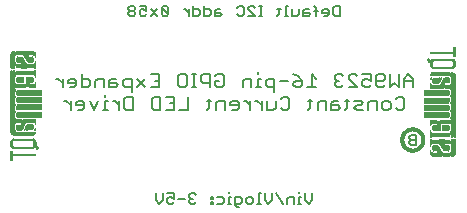
<source format=gbr>
G04 EAGLE Gerber RS-274X export*
G75*
%MOMM*%
%FSLAX34Y34*%
%LPD*%
%INSilkscreen Bottom*%
%IPPOS*%
%AMOC8*
5,1,8,0,0,1.08239X$1,22.5*%
G01*
%ADD10C,0.177800*%
%ADD11C,0.152400*%
%ADD12R,0.022863X0.462278*%
%ADD13R,0.022863X0.462281*%
%ADD14R,0.022863X0.436881*%
%ADD15R,0.023113X0.462278*%
%ADD16R,0.023113X0.462281*%
%ADD17R,0.023113X0.436881*%
%ADD18R,0.023116X0.462278*%
%ADD19R,0.023116X0.462281*%
%ADD20R,0.023116X0.436881*%
%ADD21R,0.023113X0.022863*%
%ADD22R,0.023116X0.091441*%
%ADD23R,0.023113X0.139700*%
%ADD24R,0.023116X0.185419*%
%ADD25R,0.023113X0.254000*%
%ADD26R,0.023113X0.299719*%
%ADD27R,0.023116X0.345438*%
%ADD28R,0.023113X0.391159*%
%ADD29R,0.023116X0.393700*%
%ADD30R,0.022863X0.325119*%
%ADD31R,0.022863X0.599438*%
%ADD32R,0.022863X0.622300*%
%ADD33R,0.022863X0.530859*%
%ADD34R,0.022863X0.439422*%
%ADD35R,0.022863X0.231138*%
%ADD36R,0.022863X0.071119*%
%ADD37R,0.022863X0.533400*%
%ADD38R,0.022863X0.208281*%
%ADD39R,0.023113X0.345441*%
%ADD40R,0.023113X0.576578*%
%ADD41R,0.023113X0.599438*%
%ADD42R,0.023113X0.508000*%
%ADD43R,0.023113X0.416563*%
%ADD44R,0.023113X0.208278*%
%ADD45R,0.023113X0.553722*%
%ADD46R,0.023113X0.208281*%
%ADD47R,0.023116X0.345441*%
%ADD48R,0.023116X0.530859*%
%ADD49R,0.023116X0.370841*%
%ADD50R,0.023116X0.162559*%
%ADD51R,0.023116X0.576581*%
%ADD52R,0.023116X0.208281*%
%ADD53R,0.023113X0.322578*%
%ADD54R,0.023113X0.485137*%
%ADD55R,0.023113X0.416559*%
%ADD56R,0.023113X0.347981*%
%ADD57R,0.023113X0.116838*%
%ADD58R,0.023113X0.647700*%
%ADD59R,0.023116X0.322581*%
%ADD60R,0.023116X0.485137*%
%ADD61R,0.023116X0.093978*%
%ADD62R,0.023116X0.231141*%
%ADD63R,0.023116X0.693419*%
%ADD64R,0.023113X0.322581*%
%ADD65R,0.023113X0.439419*%
%ADD66R,0.023113X0.370841*%
%ADD67R,0.023113X0.299722*%
%ADD68R,0.023113X0.045719*%
%ADD69R,0.023113X0.739138*%
%ADD70R,0.023113X0.414019*%
%ADD71R,0.023113X0.347978*%
%ADD72R,0.023113X0.762000*%
%ADD73R,0.023116X0.414019*%
%ADD74R,0.023116X0.182881*%
%ADD75R,0.023116X0.347978*%
%ADD76R,0.023116X0.276863*%
%ADD77R,0.023116X0.116841*%
%ADD78R,0.023116X0.276859*%
%ADD79R,0.023116X0.784863*%
%ADD80R,0.023113X0.325119*%
%ADD81R,0.023113X0.276863*%
%ADD82R,0.023113X0.276859*%
%ADD83R,0.023116X0.325119*%
%ADD84R,0.023116X0.391159*%
%ADD85R,0.023116X0.302259*%
%ADD86R,0.023116X0.254000*%
%ADD87R,0.023113X0.302259*%
%ADD88R,0.023113X0.393700*%
%ADD89R,0.023113X0.231141*%
%ADD90R,0.022863X0.302259*%
%ADD91R,0.022863X0.439419*%
%ADD92R,0.022863X0.368300*%
%ADD93R,0.022863X0.391159*%
%ADD94R,0.022863X0.416559*%
%ADD95R,0.022863X0.276863*%
%ADD96R,0.022863X0.205741*%
%ADD97R,0.023113X0.368300*%
%ADD98R,0.023113X0.205741*%
%ADD99R,0.023116X0.368300*%
%ADD100R,0.023116X0.205741*%
%ADD101R,0.023113X0.182881*%
%ADD102R,0.022863X0.276859*%
%ADD103R,0.022863X0.182881*%
%ADD104R,0.023113X0.924559*%
%ADD105R,0.023116X0.924559*%
%ADD106R,0.023113X0.901700*%
%ADD107R,0.023116X0.901700*%
%ADD108R,0.023113X0.878841*%
%ADD109R,0.023116X0.855981*%
%ADD110R,0.023113X0.833119*%
%ADD111R,0.022863X0.787400*%
%ADD112R,0.022863X0.414019*%
%ADD113R,0.022863X0.924559*%
%ADD114R,0.023113X0.739141*%
%ADD115R,0.023116X0.716281*%
%ADD116R,0.023116X0.299722*%
%ADD117R,0.023113X0.670559*%
%ADD118R,0.023116X0.647700*%
%ADD119R,0.023116X0.508000*%
%ADD120R,0.023116X0.299719*%
%ADD121R,0.023113X0.601981*%
%ADD122R,0.023113X0.530859*%
%ADD123R,0.023113X0.231138*%
%ADD124R,0.023113X0.556259*%
%ADD125R,0.023113X0.185419*%
%ADD126R,0.023116X0.533400*%
%ADD127R,0.023116X0.599438*%
%ADD128R,0.023116X0.416563*%
%ADD129R,0.023116X0.116838*%
%ADD130R,0.023113X0.485141*%
%ADD131R,0.023113X0.645159*%
%ADD132R,0.023113X0.716278*%
%ADD133R,0.022863X0.393700*%
%ADD134R,0.022863X0.762000*%
%ADD135R,0.022863X0.624841*%
%ADD136R,0.023113X0.784859*%
%ADD137R,0.023113X0.693422*%
%ADD138R,0.023116X0.830578*%
%ADD139R,0.023116X0.739141*%
%ADD140R,0.023113X0.876300*%
%ADD141R,0.023113X0.807722*%
%ADD142R,0.023116X0.899159*%
%ADD143R,0.023116X0.878841*%
%ADD144R,0.023113X0.922019*%
%ADD145R,0.023113X0.947419*%
%ADD146R,0.023116X0.970278*%
%ADD147R,0.023113X0.970278*%
%ADD148R,0.023116X0.439419*%
%ADD149R,0.022863X0.299722*%
%ADD150R,0.023116X0.416559*%
%ADD151R,0.023116X0.347981*%
%ADD152R,0.023113X0.137159*%
%ADD153R,0.023113X0.093978*%
%ADD154R,0.023113X0.091441*%
%ADD155R,0.023113X0.093981*%
%ADD156R,0.023113X0.114300*%
%ADD157R,0.023116X0.045719*%
%ADD158R,0.023116X0.045722*%
%ADD159R,0.023113X0.071119*%
%ADD160R,0.023113X0.116841*%
%ADD161R,0.023116X0.139700*%
%ADD162R,0.022863X0.322581*%
%ADD163R,0.022863X0.345441*%
%ADD164R,0.022863X0.162559*%
%ADD165R,0.022863X0.576581*%
%ADD166R,0.023113X0.668019*%
%ADD167R,0.023113X0.533400*%
%ADD168R,0.023116X1.455419*%
%ADD169R,0.023116X5.519419*%
%ADD170R,0.023113X1.455419*%
%ADD171R,0.023113X5.519419*%
%ADD172R,0.023116X5.494019*%
%ADD173R,0.023113X1.430019*%
%ADD174R,0.023113X5.494019*%
%ADD175R,0.023116X1.430019*%
%ADD176R,0.023116X5.471159*%
%ADD177R,0.023116X0.762000*%
%ADD178R,0.023113X1.407159*%
%ADD179R,0.023113X5.471159*%
%ADD180R,0.022863X1.384300*%
%ADD181R,0.022863X5.448300*%
%ADD182R,0.022863X0.716278*%
%ADD183R,0.022863X0.878841*%
%ADD184R,0.023113X1.361438*%
%ADD185R,0.023113X5.425438*%
%ADD186R,0.023116X1.338578*%
%ADD187R,0.023116X5.402578*%
%ADD188R,0.023116X0.624841*%
%ADD189R,0.023113X1.292859*%
%ADD190R,0.023113X5.356859*%
%ADD191R,0.023116X1.224278*%
%ADD192R,0.023116X5.288278*%
%ADD193C,0.304800*%
%ADD194C,0.203200*%


D10*
X342607Y103124D02*
X342607Y110412D01*
X338964Y114055D01*
X335320Y110412D01*
X335320Y103124D01*
X335320Y108590D02*
X342607Y108590D01*
X330913Y114055D02*
X330913Y103124D01*
X327270Y106768D01*
X323626Y103124D01*
X323626Y114055D01*
X319219Y104946D02*
X317398Y103124D01*
X313754Y103124D01*
X311932Y104946D01*
X311932Y112233D01*
X313754Y114055D01*
X317398Y114055D01*
X319219Y112233D01*
X319219Y110412D01*
X317398Y108590D01*
X311932Y108590D01*
X307526Y114055D02*
X300238Y114055D01*
X307526Y114055D02*
X307526Y108590D01*
X303882Y110412D01*
X302060Y110412D01*
X300238Y108590D01*
X300238Y104946D01*
X302060Y103124D01*
X305704Y103124D01*
X307526Y104946D01*
X295832Y103124D02*
X288544Y103124D01*
X295832Y103124D02*
X288544Y110412D01*
X288544Y112233D01*
X290366Y114055D01*
X294010Y114055D01*
X295832Y112233D01*
X284138Y112233D02*
X282316Y114055D01*
X278672Y114055D01*
X276850Y112233D01*
X276850Y110412D01*
X278672Y108590D01*
X280494Y108590D01*
X278672Y108590D02*
X276850Y106768D01*
X276850Y104946D01*
X278672Y103124D01*
X282316Y103124D01*
X284138Y104946D01*
X260750Y110412D02*
X257106Y114055D01*
X257106Y103124D01*
X260750Y103124D02*
X253462Y103124D01*
X245412Y112233D02*
X241768Y114055D01*
X245412Y112233D02*
X249056Y108590D01*
X249056Y104946D01*
X247234Y103124D01*
X243590Y103124D01*
X241768Y104946D01*
X241768Y106768D01*
X243590Y108590D01*
X249056Y108590D01*
X237362Y108590D02*
X230074Y108590D01*
X225668Y110412D02*
X225668Y99480D01*
X225668Y110412D02*
X220202Y110412D01*
X218380Y108590D01*
X218380Y104946D01*
X220202Y103124D01*
X225668Y103124D01*
X213974Y110412D02*
X212152Y110412D01*
X212152Y103124D01*
X213974Y103124D02*
X210330Y103124D01*
X212152Y114055D02*
X212152Y115877D01*
X206178Y110412D02*
X206178Y103124D01*
X206178Y110412D02*
X200712Y110412D01*
X198890Y108590D01*
X198890Y103124D01*
X177324Y114055D02*
X175502Y112233D01*
X177324Y114055D02*
X180968Y114055D01*
X182790Y112233D01*
X182790Y104946D01*
X180968Y103124D01*
X177324Y103124D01*
X175502Y104946D01*
X175502Y108590D01*
X179146Y108590D01*
X171096Y114055D02*
X171096Y103124D01*
X171096Y114055D02*
X165630Y114055D01*
X163808Y112233D01*
X163808Y108590D01*
X165630Y106768D01*
X171096Y106768D01*
X159402Y103124D02*
X155758Y103124D01*
X157580Y103124D02*
X157580Y114055D01*
X159402Y114055D02*
X155758Y114055D01*
X149784Y114055D02*
X146140Y114055D01*
X149784Y114055D02*
X151606Y112233D01*
X151606Y104946D01*
X149784Y103124D01*
X146140Y103124D01*
X144318Y104946D01*
X144318Y112233D01*
X146140Y114055D01*
X128218Y114055D02*
X120930Y114055D01*
X128218Y114055D02*
X128218Y103124D01*
X120930Y103124D01*
X124574Y108590D02*
X128218Y108590D01*
X116524Y110412D02*
X109237Y103124D01*
X116524Y103124D02*
X109237Y110412D01*
X104830Y110412D02*
X104830Y99480D01*
X104830Y110412D02*
X99364Y110412D01*
X97543Y108590D01*
X97543Y104946D01*
X99364Y103124D01*
X104830Y103124D01*
X91314Y110412D02*
X87670Y110412D01*
X85849Y108590D01*
X85849Y103124D01*
X91314Y103124D01*
X93136Y104946D01*
X91314Y106768D01*
X85849Y106768D01*
X81442Y103124D02*
X81442Y110412D01*
X75976Y110412D01*
X74155Y108590D01*
X74155Y103124D01*
X62461Y103124D02*
X62461Y114055D01*
X62461Y103124D02*
X67926Y103124D01*
X69748Y104946D01*
X69748Y108590D01*
X67926Y110412D01*
X62461Y110412D01*
X56232Y103124D02*
X52589Y103124D01*
X56232Y103124D02*
X58054Y104946D01*
X58054Y108590D01*
X56232Y110412D01*
X52589Y110412D01*
X50767Y108590D01*
X50767Y106768D01*
X58054Y106768D01*
X46360Y103124D02*
X46360Y110412D01*
X46360Y106768D02*
X42716Y110412D01*
X40895Y110412D01*
X328498Y93183D02*
X330320Y95005D01*
X333964Y95005D01*
X335786Y93183D01*
X335786Y85896D01*
X333964Y84074D01*
X330320Y84074D01*
X328498Y85896D01*
X322270Y84074D02*
X318626Y84074D01*
X316804Y85896D01*
X316804Y89540D01*
X318626Y91362D01*
X322270Y91362D01*
X324092Y89540D01*
X324092Y85896D01*
X322270Y84074D01*
X312398Y84074D02*
X312398Y91362D01*
X306932Y91362D01*
X305110Y89540D01*
X305110Y84074D01*
X300704Y84074D02*
X295238Y84074D01*
X293416Y85896D01*
X295238Y87718D01*
X298882Y87718D01*
X300704Y89540D01*
X298882Y91362D01*
X293416Y91362D01*
X287188Y93183D02*
X287188Y85896D01*
X285366Y84074D01*
X285366Y91362D02*
X289010Y91362D01*
X279392Y91362D02*
X275748Y91362D01*
X273927Y89540D01*
X273927Y84074D01*
X279392Y84074D01*
X281214Y85896D01*
X279392Y87718D01*
X273927Y87718D01*
X269520Y84074D02*
X269520Y91362D01*
X264054Y91362D01*
X262233Y89540D01*
X262233Y84074D01*
X256004Y85896D02*
X256004Y93183D01*
X256004Y85896D02*
X254182Y84074D01*
X254182Y91362D02*
X257826Y91362D01*
X232871Y95005D02*
X231049Y93183D01*
X232871Y95005D02*
X236514Y95005D01*
X238336Y93183D01*
X238336Y85896D01*
X236514Y84074D01*
X232871Y84074D01*
X231049Y85896D01*
X226642Y85896D02*
X226642Y91362D01*
X226642Y85896D02*
X224820Y84074D01*
X219355Y84074D01*
X219355Y91362D01*
X214948Y91362D02*
X214948Y84074D01*
X214948Y87718D02*
X211305Y91362D01*
X209483Y91362D01*
X205203Y91362D02*
X205203Y84074D01*
X205203Y87718D02*
X201560Y91362D01*
X199738Y91362D01*
X193636Y84074D02*
X189993Y84074D01*
X193636Y84074D02*
X195458Y85896D01*
X195458Y89540D01*
X193636Y91362D01*
X189993Y91362D01*
X188171Y89540D01*
X188171Y87718D01*
X195458Y87718D01*
X183764Y84074D02*
X183764Y91362D01*
X178299Y91362D01*
X176477Y89540D01*
X176477Y84074D01*
X170249Y85896D02*
X170249Y93183D01*
X170249Y85896D02*
X168427Y84074D01*
X168427Y91362D02*
X172070Y91362D01*
X152580Y95005D02*
X152580Y84074D01*
X145293Y84074D01*
X140886Y95005D02*
X133599Y95005D01*
X140886Y95005D02*
X140886Y84074D01*
X133599Y84074D01*
X137243Y89540D02*
X140886Y89540D01*
X129193Y95005D02*
X129193Y84074D01*
X123727Y84074D01*
X121905Y85896D01*
X121905Y93183D01*
X123727Y95005D01*
X129193Y95005D01*
X105805Y95005D02*
X105805Y84074D01*
X100339Y84074D01*
X98517Y85896D01*
X98517Y93183D01*
X100339Y95005D01*
X105805Y95005D01*
X94111Y91362D02*
X94111Y84074D01*
X94111Y87718D02*
X90467Y91362D01*
X88645Y91362D01*
X84366Y91362D02*
X82544Y91362D01*
X82544Y84074D01*
X84366Y84074D02*
X80722Y84074D01*
X82544Y95005D02*
X82544Y96827D01*
X76570Y91362D02*
X72926Y84074D01*
X69282Y91362D01*
X63054Y84074D02*
X59410Y84074D01*
X63054Y84074D02*
X64876Y85896D01*
X64876Y89540D01*
X63054Y91362D01*
X59410Y91362D01*
X57588Y89540D01*
X57588Y87718D01*
X64876Y87718D01*
X53182Y84074D02*
X53182Y91362D01*
X53182Y87718D02*
X49538Y91362D01*
X47716Y91362D01*
D11*
X280951Y163322D02*
X280951Y171965D01*
X280951Y163322D02*
X276629Y163322D01*
X275189Y164763D01*
X275189Y170525D01*
X276629Y171965D01*
X280951Y171965D01*
X270155Y163322D02*
X267274Y163322D01*
X270155Y163322D02*
X271596Y164763D01*
X271596Y167644D01*
X270155Y169084D01*
X267274Y169084D01*
X265834Y167644D01*
X265834Y166203D01*
X271596Y166203D01*
X260800Y163322D02*
X260800Y170525D01*
X259360Y171965D01*
X259360Y167644D02*
X262241Y167644D01*
X254563Y169084D02*
X251682Y169084D01*
X250242Y167644D01*
X250242Y163322D01*
X254563Y163322D01*
X256004Y164763D01*
X254563Y166203D01*
X250242Y166203D01*
X246649Y164763D02*
X246649Y169084D01*
X246649Y164763D02*
X245208Y163322D01*
X240887Y163322D01*
X240887Y169084D01*
X237294Y171965D02*
X235853Y171965D01*
X235853Y163322D01*
X234413Y163322D02*
X237294Y163322D01*
X229616Y164763D02*
X229616Y170525D01*
X229616Y164763D02*
X228176Y163322D01*
X228176Y169084D02*
X231057Y169084D01*
X215465Y163322D02*
X212584Y163322D01*
X214024Y163322D02*
X214024Y171965D01*
X212584Y171965D02*
X215465Y171965D01*
X209228Y163322D02*
X203466Y163322D01*
X209228Y163322D02*
X203466Y169084D01*
X203466Y170525D01*
X204906Y171965D01*
X207788Y171965D01*
X209228Y170525D01*
X195551Y171965D02*
X194111Y170525D01*
X195551Y171965D02*
X198432Y171965D01*
X199873Y170525D01*
X199873Y164763D01*
X198432Y163322D01*
X195551Y163322D01*
X194111Y164763D01*
X179722Y169084D02*
X176841Y169084D01*
X175400Y167644D01*
X175400Y163322D01*
X179722Y163322D01*
X181163Y164763D01*
X179722Y166203D01*
X175400Y166203D01*
X166045Y163322D02*
X166045Y171965D01*
X166045Y163322D02*
X170367Y163322D01*
X171807Y164763D01*
X171807Y167644D01*
X170367Y169084D01*
X166045Y169084D01*
X156690Y171965D02*
X156690Y163322D01*
X161012Y163322D01*
X162452Y164763D01*
X162452Y167644D01*
X161012Y169084D01*
X156690Y169084D01*
X153097Y169084D02*
X153097Y163322D01*
X153097Y166203D02*
X150216Y169084D01*
X148775Y169084D01*
X135946Y170525D02*
X135946Y164763D01*
X135946Y170525D02*
X134505Y171965D01*
X131624Y171965D01*
X130184Y170525D01*
X130184Y164763D01*
X131624Y163322D01*
X134505Y163322D01*
X135946Y164763D01*
X130184Y170525D01*
X126591Y169084D02*
X120828Y163322D01*
X120828Y169084D02*
X126591Y163322D01*
X117235Y171965D02*
X111473Y171965D01*
X117235Y171965D02*
X117235Y167644D01*
X114354Y169084D01*
X112914Y169084D01*
X111473Y167644D01*
X111473Y164763D01*
X112914Y163322D01*
X115795Y163322D01*
X117235Y164763D01*
X107880Y170525D02*
X106440Y171965D01*
X103559Y171965D01*
X102118Y170525D01*
X102118Y169084D01*
X103559Y167644D01*
X102118Y166203D01*
X102118Y164763D01*
X103559Y163322D01*
X106440Y163322D01*
X107880Y164763D01*
X107880Y166203D01*
X106440Y167644D01*
X107880Y169084D01*
X107880Y170525D01*
X106440Y167644D02*
X103559Y167644D01*
X257563Y13215D02*
X257563Y7453D01*
X254682Y4572D01*
X251801Y7453D01*
X251801Y13215D01*
X248208Y10334D02*
X246767Y10334D01*
X246767Y4572D01*
X245327Y4572D02*
X248208Y4572D01*
X246767Y13215D02*
X246767Y14656D01*
X241971Y10334D02*
X241971Y4572D01*
X241971Y10334D02*
X237650Y10334D01*
X236209Y8894D01*
X236209Y4572D01*
X232616Y4572D02*
X226854Y13215D01*
X223261Y13215D02*
X223261Y7453D01*
X220380Y4572D01*
X217499Y7453D01*
X217499Y13215D01*
X213906Y13215D02*
X212465Y13215D01*
X212465Y4572D01*
X211025Y4572D02*
X213906Y4572D01*
X206228Y4572D02*
X203347Y4572D01*
X201907Y6013D01*
X201907Y8894D01*
X203347Y10334D01*
X206228Y10334D01*
X207669Y8894D01*
X207669Y6013D01*
X206228Y4572D01*
X195433Y1691D02*
X193992Y1691D01*
X192551Y3131D01*
X192551Y10334D01*
X196873Y10334D01*
X198314Y8894D01*
X198314Y6013D01*
X196873Y4572D01*
X192551Y4572D01*
X188958Y10334D02*
X187518Y10334D01*
X187518Y4572D01*
X188958Y4572D02*
X186077Y4572D01*
X187518Y13215D02*
X187518Y14656D01*
X181281Y10334D02*
X176959Y10334D01*
X181281Y10334D02*
X182722Y8894D01*
X182722Y6013D01*
X181281Y4572D01*
X176959Y4572D01*
X173367Y10334D02*
X171926Y10334D01*
X171926Y8894D01*
X173367Y8894D01*
X173367Y10334D01*
X173367Y6013D02*
X171926Y6013D01*
X171926Y4572D01*
X173367Y4572D01*
X173367Y6013D01*
X159334Y11775D02*
X157893Y13215D01*
X155012Y13215D01*
X153571Y11775D01*
X153571Y10334D01*
X155012Y8894D01*
X156453Y8894D01*
X155012Y8894D02*
X153571Y7453D01*
X153571Y6013D01*
X155012Y4572D01*
X157893Y4572D01*
X159334Y6013D01*
X149979Y8894D02*
X144216Y8894D01*
X140623Y13215D02*
X134861Y13215D01*
X140623Y13215D02*
X140623Y8894D01*
X137742Y10334D01*
X136302Y10334D01*
X134861Y8894D01*
X134861Y6013D01*
X136302Y4572D01*
X139183Y4572D01*
X140623Y6013D01*
X131268Y7453D02*
X131268Y13215D01*
X131268Y7453D02*
X128387Y4572D01*
X125506Y7453D01*
X125506Y13215D01*
D12*
X353060Y79197D03*
D13*
X353060Y85446D03*
X353060Y91669D03*
D14*
X353060Y98019D03*
D15*
X353290Y79197D03*
D16*
X353290Y85446D03*
X353290Y91669D03*
D17*
X353290Y98019D03*
D18*
X353521Y79197D03*
D19*
X353521Y85446D03*
X353521Y91669D03*
D20*
X353521Y98019D03*
D15*
X353752Y79197D03*
D16*
X353752Y85446D03*
X353752Y91669D03*
D17*
X353752Y98019D03*
D18*
X353983Y79197D03*
D19*
X353983Y85446D03*
X353983Y91669D03*
D20*
X353983Y98019D03*
D15*
X354214Y79197D03*
D16*
X354214Y85446D03*
X354214Y91669D03*
D17*
X354214Y98019D03*
D15*
X354446Y79197D03*
D16*
X354446Y85446D03*
X354446Y91669D03*
D17*
X354446Y98019D03*
D18*
X354677Y79197D03*
D19*
X354677Y85446D03*
X354677Y91669D03*
D20*
X354677Y98019D03*
D15*
X354908Y79197D03*
D16*
X354908Y85446D03*
X354908Y91669D03*
D17*
X354908Y98019D03*
D18*
X355139Y79197D03*
D19*
X355139Y85446D03*
X355139Y91669D03*
D20*
X355139Y98019D03*
D15*
X355370Y79197D03*
D16*
X355370Y85446D03*
X355370Y91669D03*
D17*
X355370Y98019D03*
D12*
X355600Y79197D03*
D13*
X355600Y85446D03*
X355600Y91669D03*
D14*
X355600Y98019D03*
D15*
X355830Y79197D03*
D16*
X355830Y85446D03*
X355830Y91669D03*
D17*
X355830Y98019D03*
D21*
X355830Y126429D03*
D18*
X356061Y79197D03*
D19*
X356061Y85446D03*
X356061Y91669D03*
D20*
X356061Y98019D03*
D22*
X356061Y126314D03*
D15*
X356292Y79197D03*
D16*
X356292Y85446D03*
X356292Y91669D03*
D17*
X356292Y98019D03*
D23*
X356292Y126073D03*
D18*
X356523Y79197D03*
D19*
X356523Y85446D03*
X356523Y91669D03*
D20*
X356523Y98019D03*
D24*
X356523Y126073D03*
D15*
X356754Y79197D03*
D16*
X356754Y85446D03*
X356754Y91669D03*
D17*
X356754Y98019D03*
D25*
X356754Y125959D03*
D15*
X356986Y79197D03*
D16*
X356986Y85446D03*
X356986Y91669D03*
D17*
X356986Y98019D03*
D26*
X356986Y125730D03*
D18*
X357217Y79197D03*
D19*
X357217Y85446D03*
X357217Y91669D03*
D20*
X357217Y98019D03*
D27*
X357217Y125730D03*
D28*
X357448Y125501D03*
D29*
X357679Y125032D03*
D15*
X357910Y124003D03*
D30*
X358140Y48031D03*
D31*
X358140Y55880D03*
D32*
X358140Y63614D03*
D33*
X358140Y72631D03*
D12*
X358140Y79197D03*
D13*
X358140Y85446D03*
X358140Y91669D03*
D14*
X358140Y98019D03*
D34*
X358140Y104254D03*
D35*
X358140Y109919D03*
D36*
X358140Y113030D03*
D37*
X358140Y123190D03*
D38*
X358140Y132436D03*
D39*
X358370Y47676D03*
D40*
X358370Y55994D03*
D41*
X358370Y63500D03*
D42*
X358370Y72746D03*
D15*
X358370Y79197D03*
D16*
X358370Y85446D03*
X358370Y91669D03*
D17*
X358370Y98019D03*
D43*
X358370Y104140D03*
D44*
X358370Y110033D03*
D23*
X358370Y113373D03*
D45*
X358370Y122606D03*
D46*
X358370Y132436D03*
D47*
X358601Y47219D03*
D48*
X358601Y56223D03*
X358601Y63157D03*
D18*
X358601Y72974D03*
X358601Y79197D03*
D19*
X358601Y85446D03*
X358601Y91669D03*
D20*
X358601Y98019D03*
D49*
X358601Y103911D03*
D50*
X358601Y110261D03*
D24*
X358601Y113602D03*
D51*
X358601Y122492D03*
D52*
X358601Y132436D03*
D53*
X358832Y46876D03*
D54*
X358832Y56452D03*
D42*
X358832Y63043D03*
D55*
X358832Y73203D03*
D15*
X358832Y79197D03*
D16*
X358832Y85446D03*
X358832Y91669D03*
D17*
X358832Y98019D03*
D56*
X358832Y103797D03*
D57*
X358832Y110490D03*
D44*
X358832Y113716D03*
D58*
X358832Y122619D03*
D46*
X358832Y132436D03*
D59*
X359063Y46647D03*
D18*
X359063Y56566D03*
D60*
X359063Y62929D03*
D29*
X359063Y73317D03*
D18*
X359063Y79197D03*
D19*
X359063Y85446D03*
X359063Y91669D03*
D20*
X359063Y98019D03*
D59*
X359063Y103670D03*
D61*
X359063Y110604D03*
D62*
X359063Y113830D03*
D63*
X359063Y122619D03*
D52*
X359063Y132436D03*
D64*
X359294Y46419D03*
D65*
X359294Y56680D03*
D15*
X359294Y62814D03*
D66*
X359294Y73431D03*
D15*
X359294Y79197D03*
D16*
X359294Y85446D03*
X359294Y91669D03*
D17*
X359294Y98019D03*
D67*
X359294Y103556D03*
D68*
X359294Y110846D03*
D25*
X359294Y113944D03*
D69*
X359294Y122619D03*
D46*
X359294Y132436D03*
D64*
X359526Y46190D03*
D70*
X359526Y56807D03*
D65*
X359526Y62700D03*
D71*
X359526Y73546D03*
D15*
X359526Y79197D03*
D16*
X359526Y85446D03*
X359526Y91669D03*
D17*
X359526Y98019D03*
D67*
X359526Y103556D03*
D25*
X359526Y113944D03*
D72*
X359526Y122504D03*
D46*
X359526Y132436D03*
D59*
X359757Y46190D03*
D62*
X359757Y51270D03*
D73*
X359757Y56807D03*
X359757Y62573D03*
D74*
X359757Y68351D03*
D75*
X359757Y73546D03*
D18*
X359757Y79197D03*
D19*
X359757Y85446D03*
X359757Y91669D03*
D20*
X359757Y98019D03*
D76*
X359757Y103442D03*
D77*
X359757Y108179D03*
D78*
X359757Y114059D03*
D79*
X359757Y122619D03*
D52*
X359757Y132436D03*
D80*
X359988Y45949D03*
D64*
X359988Y51270D03*
D28*
X359988Y56921D03*
D70*
X359988Y62573D03*
D80*
X359988Y68351D03*
X359988Y73660D03*
D15*
X359988Y79197D03*
D16*
X359988Y85446D03*
X359988Y91669D03*
D17*
X359988Y98019D03*
D81*
X359988Y103442D03*
D82*
X359988Y108293D03*
X359988Y114059D03*
D81*
X359988Y120079D03*
D82*
X359988Y125387D03*
D46*
X359988Y132436D03*
D83*
X360219Y45949D03*
D49*
X360219Y51257D03*
D84*
X360219Y56921D03*
D73*
X360219Y62573D03*
D49*
X360219Y68351D03*
D83*
X360219Y73660D03*
D18*
X360219Y79197D03*
D19*
X360219Y85446D03*
X360219Y91669D03*
D20*
X360219Y98019D03*
D76*
X360219Y103442D03*
D47*
X360219Y108407D03*
D85*
X360219Y114186D03*
D86*
X360219Y119736D03*
D62*
X360219Y125616D03*
D52*
X360219Y132436D03*
D80*
X360450Y45949D03*
D55*
X360450Y51257D03*
D28*
X360450Y56921D03*
X360450Y62459D03*
D55*
X360450Y68351D03*
D87*
X360450Y73774D03*
D15*
X360450Y79197D03*
D16*
X360450Y85446D03*
X360450Y91669D03*
D17*
X360450Y98019D03*
D81*
X360450Y103442D03*
D88*
X360450Y108649D03*
D87*
X360450Y114186D03*
D89*
X360450Y119621D03*
D46*
X360450Y125730D03*
X360450Y132436D03*
D90*
X360680Y45834D03*
D91*
X360680Y51143D03*
D92*
X360680Y57036D03*
D93*
X360680Y62459D03*
D94*
X360680Y68351D03*
D90*
X360680Y73774D03*
D12*
X360680Y79197D03*
D13*
X360680Y85446D03*
X360680Y91669D03*
D14*
X360680Y98019D03*
D95*
X360680Y103442D03*
D91*
X360680Y108649D03*
D90*
X360680Y114186D03*
D96*
X360680Y119494D03*
D38*
X360680Y125730D03*
X360680Y132436D03*
D87*
X360910Y45834D03*
D15*
X360910Y51257D03*
D97*
X360910Y57036D03*
D28*
X360910Y62459D03*
D16*
X360910Y68351D03*
D87*
X360910Y73774D03*
D15*
X360910Y79197D03*
D16*
X360910Y85446D03*
X360910Y91669D03*
D17*
X360910Y98019D03*
D81*
X360910Y103442D03*
D15*
X360910Y108763D03*
D87*
X360910Y114186D03*
D98*
X360910Y119494D03*
D46*
X360910Y125959D03*
X360910Y132436D03*
D85*
X361141Y45834D03*
D18*
X361141Y51257D03*
D99*
X361141Y57036D03*
D84*
X361141Y62459D03*
D19*
X361141Y68351D03*
D85*
X361141Y73774D03*
D18*
X361141Y79197D03*
D19*
X361141Y85446D03*
X361141Y91669D03*
D20*
X361141Y98019D03*
D76*
X361141Y103442D03*
D18*
X361141Y108763D03*
D85*
X361141Y114186D03*
D100*
X361141Y119494D03*
D52*
X361141Y125959D03*
X361141Y132436D03*
D87*
X361372Y45834D03*
D15*
X361372Y51257D03*
D97*
X361372Y57036D03*
X361372Y62344D03*
D16*
X361372Y68351D03*
D87*
X361372Y73774D03*
D15*
X361372Y79197D03*
D16*
X361372Y85446D03*
X361372Y91669D03*
D17*
X361372Y98019D03*
D81*
X361372Y103442D03*
D15*
X361372Y108763D03*
D87*
X361372Y114186D03*
D98*
X361372Y119494D03*
D46*
X361372Y125959D03*
X361372Y132436D03*
D85*
X361603Y45834D03*
D18*
X361603Y51257D03*
D99*
X361603Y57036D03*
X361603Y62344D03*
D19*
X361603Y68351D03*
D85*
X361603Y73774D03*
D18*
X361603Y79197D03*
D19*
X361603Y85446D03*
X361603Y91669D03*
D20*
X361603Y98019D03*
D76*
X361603Y103442D03*
D18*
X361603Y108763D03*
D85*
X361603Y114186D03*
D74*
X361603Y119380D03*
D52*
X361603Y125959D03*
X361603Y132436D03*
D87*
X361834Y45834D03*
D15*
X361834Y51257D03*
D97*
X361834Y57036D03*
X361834Y62344D03*
D16*
X361834Y68351D03*
D87*
X361834Y73774D03*
D15*
X361834Y79197D03*
D16*
X361834Y85446D03*
X361834Y91669D03*
D17*
X361834Y98019D03*
D81*
X361834Y103442D03*
D15*
X361834Y108763D03*
D87*
X361834Y114186D03*
D101*
X361834Y119380D03*
D46*
X361834Y125959D03*
X361834Y132436D03*
D87*
X362066Y45834D03*
D15*
X362066Y51257D03*
D97*
X362066Y57036D03*
X362066Y62344D03*
D16*
X362066Y68351D03*
D82*
X362066Y73901D03*
D15*
X362066Y79197D03*
D16*
X362066Y85446D03*
X362066Y91669D03*
D17*
X362066Y98019D03*
D81*
X362066Y103442D03*
D15*
X362066Y108763D03*
D87*
X362066Y114186D03*
D101*
X362066Y119380D03*
D46*
X362066Y125959D03*
X362066Y132436D03*
D85*
X362297Y45834D03*
D18*
X362297Y51257D03*
D99*
X362297Y57036D03*
X362297Y62344D03*
D19*
X362297Y68351D03*
D78*
X362297Y73901D03*
D18*
X362297Y79197D03*
D19*
X362297Y85446D03*
X362297Y91669D03*
D20*
X362297Y98019D03*
D76*
X362297Y103442D03*
D18*
X362297Y108763D03*
D85*
X362297Y114186D03*
D74*
X362297Y119380D03*
D52*
X362297Y125959D03*
X362297Y132436D03*
D87*
X362528Y45834D03*
D15*
X362528Y51257D03*
D97*
X362528Y57036D03*
X362528Y62344D03*
D16*
X362528Y68351D03*
D82*
X362528Y73901D03*
D15*
X362528Y79197D03*
D16*
X362528Y85446D03*
X362528Y91669D03*
D17*
X362528Y98019D03*
D81*
X362528Y103442D03*
D15*
X362528Y108763D03*
D87*
X362528Y114186D03*
D101*
X362528Y119380D03*
D46*
X362528Y125959D03*
X362528Y132436D03*
D85*
X362759Y45834D03*
D18*
X362759Y51257D03*
D99*
X362759Y57036D03*
X362759Y62344D03*
D19*
X362759Y68351D03*
D78*
X362759Y73901D03*
D18*
X362759Y79197D03*
D19*
X362759Y85446D03*
X362759Y91669D03*
D20*
X362759Y98019D03*
D76*
X362759Y103442D03*
D18*
X362759Y108763D03*
D85*
X362759Y114186D03*
D74*
X362759Y119380D03*
D52*
X362759Y125959D03*
X362759Y132436D03*
D87*
X362990Y45834D03*
D15*
X362990Y51257D03*
D97*
X362990Y57036D03*
X362990Y62344D03*
D16*
X362990Y68351D03*
D82*
X362990Y73901D03*
D15*
X362990Y79197D03*
D16*
X362990Y85446D03*
X362990Y91669D03*
D17*
X362990Y98019D03*
D81*
X362990Y103442D03*
D15*
X362990Y108763D03*
D87*
X362990Y114186D03*
D101*
X362990Y119380D03*
D46*
X362990Y125959D03*
X362990Y132436D03*
D90*
X363220Y45834D03*
D12*
X363220Y51257D03*
D92*
X363220Y57036D03*
X363220Y62344D03*
D13*
X363220Y68351D03*
D102*
X363220Y73901D03*
D12*
X363220Y79197D03*
D13*
X363220Y85446D03*
X363220Y91669D03*
D14*
X363220Y98019D03*
D95*
X363220Y103442D03*
D12*
X363220Y108763D03*
D90*
X363220Y114186D03*
D103*
X363220Y119380D03*
D38*
X363220Y125959D03*
X363220Y132436D03*
D87*
X363450Y45834D03*
D15*
X363450Y51257D03*
D97*
X363450Y57036D03*
X363450Y62344D03*
D16*
X363450Y68351D03*
D82*
X363450Y73901D03*
D15*
X363450Y79197D03*
D16*
X363450Y85446D03*
X363450Y91669D03*
D17*
X363450Y98019D03*
D81*
X363450Y103442D03*
D15*
X363450Y108763D03*
D87*
X363450Y114186D03*
D101*
X363450Y119380D03*
D46*
X363450Y125959D03*
X363450Y132436D03*
D85*
X363681Y45834D03*
D18*
X363681Y51257D03*
D99*
X363681Y57036D03*
X363681Y62344D03*
D19*
X363681Y68351D03*
D78*
X363681Y73901D03*
D18*
X363681Y79197D03*
D19*
X363681Y85446D03*
X363681Y91669D03*
D20*
X363681Y98019D03*
D76*
X363681Y103442D03*
D18*
X363681Y108763D03*
D85*
X363681Y114186D03*
D74*
X363681Y119380D03*
D52*
X363681Y125959D03*
X363681Y132436D03*
D87*
X363912Y45834D03*
D15*
X363912Y51257D03*
D97*
X363912Y57036D03*
X363912Y62344D03*
D104*
X363912Y70663D03*
D15*
X363912Y79197D03*
D16*
X363912Y85446D03*
X363912Y91669D03*
D17*
X363912Y98019D03*
D81*
X363912Y103442D03*
D15*
X363912Y108763D03*
D87*
X363912Y114186D03*
D101*
X363912Y119380D03*
D46*
X363912Y125959D03*
X363912Y132436D03*
D85*
X364143Y45834D03*
D18*
X364143Y51257D03*
D99*
X364143Y57036D03*
X364143Y62344D03*
D105*
X364143Y70663D03*
D18*
X364143Y79197D03*
D19*
X364143Y85446D03*
X364143Y91669D03*
D20*
X364143Y98019D03*
D76*
X364143Y103442D03*
D18*
X364143Y108763D03*
D85*
X364143Y114186D03*
D74*
X364143Y119380D03*
D52*
X364143Y125959D03*
X364143Y132436D03*
D87*
X364374Y45834D03*
D65*
X364374Y51143D03*
D97*
X364374Y57036D03*
X364374Y62344D03*
D104*
X364374Y70663D03*
D15*
X364374Y79197D03*
D16*
X364374Y85446D03*
X364374Y91669D03*
D17*
X364374Y98019D03*
D81*
X364374Y103442D03*
D15*
X364374Y108763D03*
D87*
X364374Y114186D03*
D101*
X364374Y119380D03*
D46*
X364374Y125959D03*
X364374Y132436D03*
D106*
X364606Y48832D03*
D97*
X364606Y57036D03*
X364606Y62344D03*
D104*
X364606Y70663D03*
D15*
X364606Y79197D03*
D16*
X364606Y85446D03*
X364606Y91669D03*
D17*
X364606Y98019D03*
D81*
X364606Y103442D03*
D15*
X364606Y108763D03*
D87*
X364606Y114186D03*
D101*
X364606Y119380D03*
D46*
X364606Y125959D03*
X364606Y132436D03*
D107*
X364837Y48832D03*
D99*
X364837Y57036D03*
X364837Y62344D03*
D105*
X364837Y70663D03*
D18*
X364837Y79197D03*
D19*
X364837Y85446D03*
X364837Y91669D03*
D20*
X364837Y98019D03*
D76*
X364837Y103442D03*
D18*
X364837Y108763D03*
D85*
X364837Y114186D03*
D74*
X364837Y119380D03*
D52*
X364837Y125959D03*
X364837Y132436D03*
D108*
X365068Y48717D03*
D28*
X365068Y56921D03*
D97*
X365068Y62344D03*
D104*
X365068Y70663D03*
D15*
X365068Y79197D03*
D16*
X365068Y85446D03*
X365068Y91669D03*
D17*
X365068Y98019D03*
D81*
X365068Y103442D03*
D15*
X365068Y108763D03*
D87*
X365068Y114186D03*
D101*
X365068Y119380D03*
D46*
X365068Y125959D03*
X365068Y132436D03*
D109*
X365299Y48603D03*
D84*
X365299Y56921D03*
D99*
X365299Y62344D03*
D105*
X365299Y70663D03*
D18*
X365299Y79197D03*
D19*
X365299Y85446D03*
X365299Y91669D03*
D20*
X365299Y98019D03*
D76*
X365299Y103442D03*
D18*
X365299Y108763D03*
D85*
X365299Y114186D03*
D74*
X365299Y119380D03*
D52*
X365299Y125959D03*
X365299Y132436D03*
D110*
X365530Y48489D03*
D70*
X365530Y56807D03*
D97*
X365530Y62344D03*
D104*
X365530Y70663D03*
D15*
X365530Y79197D03*
D16*
X365530Y85446D03*
X365530Y91669D03*
D17*
X365530Y98019D03*
D81*
X365530Y103442D03*
D65*
X365530Y108877D03*
D87*
X365530Y114186D03*
D101*
X365530Y119380D03*
D46*
X365530Y125959D03*
X365530Y132436D03*
D111*
X365760Y48260D03*
D112*
X365760Y56807D03*
D92*
X365760Y62344D03*
D113*
X365760Y70663D03*
D12*
X365760Y79197D03*
D13*
X365760Y85446D03*
X365760Y91669D03*
D14*
X365760Y98019D03*
D95*
X365760Y103442D03*
D91*
X365760Y108877D03*
D90*
X365760Y114186D03*
D103*
X365760Y119380D03*
D38*
X365760Y125959D03*
X365760Y132436D03*
D114*
X365990Y48019D03*
D65*
X365990Y56680D03*
D97*
X365990Y62344D03*
D104*
X365990Y70663D03*
D15*
X365990Y79197D03*
D16*
X365990Y85446D03*
X365990Y91669D03*
D17*
X365990Y98019D03*
D67*
X365990Y103556D03*
D55*
X365990Y108991D03*
D87*
X365990Y114186D03*
D101*
X365990Y119380D03*
D46*
X365990Y125959D03*
X365990Y132436D03*
D115*
X366221Y47904D03*
D18*
X366221Y56566D03*
D99*
X366221Y62344D03*
D105*
X366221Y70663D03*
D18*
X366221Y79197D03*
D19*
X366221Y85446D03*
X366221Y91669D03*
D20*
X366221Y98019D03*
D116*
X366221Y103556D03*
D29*
X366221Y109106D03*
D85*
X366221Y114186D03*
D74*
X366221Y119380D03*
D52*
X366221Y125959D03*
X366221Y132436D03*
D117*
X366452Y47676D03*
D54*
X366452Y56452D03*
D97*
X366452Y62344D03*
D104*
X366452Y70663D03*
D15*
X366452Y79197D03*
D16*
X366452Y85446D03*
X366452Y91669D03*
D17*
X366452Y98019D03*
D64*
X366452Y103670D03*
D71*
X366452Y109334D03*
D87*
X366452Y114186D03*
D101*
X366452Y119380D03*
D46*
X366452Y125959D03*
X366452Y132436D03*
D118*
X366683Y47562D03*
D119*
X366683Y56337D03*
D99*
X366683Y62344D03*
D78*
X366683Y73901D03*
D18*
X366683Y79197D03*
D19*
X366683Y85446D03*
X366683Y91669D03*
D20*
X366683Y98019D03*
D59*
X366683Y103670D03*
D120*
X366683Y109576D03*
D85*
X366683Y114186D03*
D74*
X366683Y119380D03*
D52*
X366683Y125959D03*
X366683Y132436D03*
D121*
X366914Y47333D03*
D122*
X366914Y56223D03*
D97*
X366914Y62344D03*
D82*
X366914Y73901D03*
D15*
X366914Y79197D03*
D16*
X366914Y85446D03*
X366914Y91669D03*
D17*
X366914Y98019D03*
D56*
X366914Y103797D03*
D123*
X366914Y109919D03*
D87*
X366914Y114186D03*
D101*
X366914Y119380D03*
D46*
X366914Y125959D03*
X366914Y132436D03*
D124*
X367146Y47104D03*
D40*
X367146Y55994D03*
D97*
X367146Y62344D03*
D82*
X367146Y73901D03*
D15*
X367146Y79197D03*
D16*
X367146Y85446D03*
X367146Y91669D03*
D17*
X367146Y98019D03*
D66*
X367146Y103911D03*
D125*
X367146Y110147D03*
D87*
X367146Y114186D03*
D101*
X367146Y119380D03*
D46*
X367146Y125959D03*
X367146Y132436D03*
D126*
X367377Y46990D03*
D127*
X367377Y55880D03*
D99*
X367377Y62344D03*
D78*
X367377Y73901D03*
D18*
X367377Y79197D03*
D19*
X367377Y85446D03*
X367377Y91669D03*
D20*
X367377Y98019D03*
D128*
X367377Y104140D03*
D129*
X367377Y110490D03*
D85*
X367377Y114186D03*
D74*
X367377Y119380D03*
D52*
X367377Y125959D03*
X367377Y132436D03*
D130*
X367608Y46749D03*
D131*
X367608Y55651D03*
D97*
X367608Y62344D03*
D82*
X367608Y73901D03*
D15*
X367608Y79197D03*
D16*
X367608Y85446D03*
X367608Y91669D03*
D17*
X367608Y98019D03*
D16*
X367608Y104369D03*
D68*
X367608Y110846D03*
D87*
X367608Y114186D03*
D101*
X367608Y119380D03*
D46*
X367608Y125959D03*
X367608Y132436D03*
D19*
X367839Y46634D03*
D63*
X367839Y55410D03*
D99*
X367839Y62344D03*
D78*
X367839Y73901D03*
D18*
X367839Y79197D03*
D19*
X367839Y85446D03*
X367839Y91669D03*
D20*
X367839Y98019D03*
D119*
X367839Y104597D03*
D85*
X367839Y114186D03*
D74*
X367839Y119380D03*
D52*
X367839Y125959D03*
X367839Y132436D03*
D55*
X368070Y46406D03*
D132*
X368070Y55296D03*
D97*
X368070Y62344D03*
D82*
X368070Y73901D03*
D15*
X368070Y79197D03*
D16*
X368070Y85446D03*
X368070Y91669D03*
D17*
X368070Y98019D03*
D45*
X368070Y104826D03*
D87*
X368070Y114186D03*
D101*
X368070Y119380D03*
D46*
X368070Y125959D03*
X368070Y132436D03*
D133*
X368300Y46292D03*
D134*
X368300Y55067D03*
D92*
X368300Y62344D03*
D13*
X368300Y68351D03*
D102*
X368300Y73901D03*
D12*
X368300Y79197D03*
D13*
X368300Y85446D03*
X368300Y91669D03*
D14*
X368300Y98019D03*
D135*
X368300Y105181D03*
D90*
X368300Y114186D03*
D103*
X368300Y119380D03*
D38*
X368300Y125959D03*
X368300Y132436D03*
D66*
X368530Y46177D03*
D136*
X368530Y54953D03*
D97*
X368530Y62344D03*
D16*
X368530Y68351D03*
D82*
X368530Y73901D03*
D15*
X368530Y79197D03*
D16*
X368530Y85446D03*
X368530Y91669D03*
D17*
X368530Y98019D03*
D137*
X368530Y105524D03*
D87*
X368530Y114186D03*
D101*
X368530Y119380D03*
D46*
X368530Y125959D03*
X368530Y132436D03*
D49*
X368761Y46177D03*
D138*
X368761Y54724D03*
D99*
X368761Y62344D03*
D19*
X368761Y68351D03*
D78*
X368761Y73901D03*
D18*
X368761Y79197D03*
D19*
X368761Y85446D03*
X368761Y91669D03*
D20*
X368761Y98019D03*
D139*
X368761Y105753D03*
D85*
X368761Y114186D03*
D74*
X368761Y119380D03*
D52*
X368761Y125959D03*
X368761Y132436D03*
D56*
X368992Y46063D03*
D140*
X368992Y54496D03*
D97*
X368992Y62344D03*
D16*
X368992Y68351D03*
D82*
X368992Y73901D03*
D15*
X368992Y79197D03*
D16*
X368992Y85446D03*
X368992Y91669D03*
D17*
X368992Y98019D03*
D141*
X368992Y106096D03*
D87*
X368992Y114186D03*
D101*
X368992Y119380D03*
D46*
X368992Y125959D03*
X368992Y132436D03*
D83*
X369223Y45949D03*
D142*
X369223Y54381D03*
D99*
X369223Y62344D03*
D19*
X369223Y68351D03*
D78*
X369223Y73901D03*
D18*
X369223Y79197D03*
D19*
X369223Y85446D03*
X369223Y91669D03*
D20*
X369223Y98019D03*
D143*
X369223Y106451D03*
D85*
X369223Y114186D03*
D74*
X369223Y119380D03*
D52*
X369223Y125959D03*
X369223Y132436D03*
D80*
X369454Y45949D03*
D144*
X369454Y54267D03*
D97*
X369454Y62344D03*
D16*
X369454Y68351D03*
D82*
X369454Y73901D03*
D15*
X369454Y79197D03*
D16*
X369454Y85446D03*
X369454Y91669D03*
D17*
X369454Y98019D03*
D106*
X369454Y106566D03*
D87*
X369454Y114186D03*
D101*
X369454Y119380D03*
D46*
X369454Y125959D03*
X369454Y132436D03*
D80*
X369686Y45949D03*
D145*
X369686Y54140D03*
D97*
X369686Y62344D03*
D16*
X369686Y68351D03*
D82*
X369686Y73901D03*
D15*
X369686Y79197D03*
D16*
X369686Y85446D03*
X369686Y91669D03*
D17*
X369686Y98019D03*
D106*
X369686Y106566D03*
D87*
X369686Y114186D03*
D101*
X369686Y119380D03*
D46*
X369686Y125959D03*
X369686Y132436D03*
D85*
X369917Y45834D03*
D146*
X369917Y54026D03*
D99*
X369917Y62344D03*
D19*
X369917Y68351D03*
D78*
X369917Y73901D03*
D18*
X369917Y79197D03*
D19*
X369917Y85446D03*
X369917Y91669D03*
D20*
X369917Y98019D03*
D107*
X369917Y106566D03*
D85*
X369917Y114186D03*
D74*
X369917Y119380D03*
D52*
X369917Y125959D03*
X369917Y132436D03*
D87*
X370148Y45834D03*
D147*
X370148Y54026D03*
D97*
X370148Y62344D03*
D16*
X370148Y68351D03*
D82*
X370148Y73901D03*
D15*
X370148Y79197D03*
D16*
X370148Y85446D03*
X370148Y91669D03*
D17*
X370148Y98019D03*
D106*
X370148Y106566D03*
D87*
X370148Y114186D03*
D101*
X370148Y119380D03*
D46*
X370148Y125959D03*
X370148Y132436D03*
D85*
X370379Y45834D03*
D18*
X370379Y51257D03*
D99*
X370379Y57036D03*
X370379Y62344D03*
D19*
X370379Y68351D03*
D78*
X370379Y73901D03*
D18*
X370379Y79197D03*
D19*
X370379Y85446D03*
X370379Y91669D03*
D20*
X370379Y98019D03*
D107*
X370379Y106566D03*
D85*
X370379Y114186D03*
D74*
X370379Y119380D03*
D52*
X370379Y125959D03*
X370379Y132436D03*
D87*
X370610Y45834D03*
D15*
X370610Y51257D03*
D97*
X370610Y57036D03*
X370610Y62344D03*
D16*
X370610Y68351D03*
D82*
X370610Y73901D03*
D15*
X370610Y79197D03*
D16*
X370610Y85446D03*
X370610Y91669D03*
D17*
X370610Y98019D03*
D81*
X370610Y103442D03*
D65*
X370610Y108877D03*
D87*
X370610Y114186D03*
D101*
X370610Y119380D03*
D46*
X370610Y125959D03*
X370610Y132436D03*
D90*
X370840Y45834D03*
D12*
X370840Y51257D03*
D92*
X370840Y57036D03*
X370840Y62344D03*
D13*
X370840Y68351D03*
D102*
X370840Y73901D03*
D12*
X370840Y79197D03*
D13*
X370840Y85446D03*
X370840Y91669D03*
D14*
X370840Y98019D03*
D95*
X370840Y103442D03*
D91*
X370840Y108877D03*
D90*
X370840Y114186D03*
D103*
X370840Y119380D03*
D38*
X370840Y125959D03*
X370840Y132436D03*
D87*
X371070Y45834D03*
D15*
X371070Y51257D03*
D97*
X371070Y57036D03*
X371070Y62344D03*
D16*
X371070Y68351D03*
D82*
X371070Y73901D03*
D15*
X371070Y79197D03*
D16*
X371070Y85446D03*
X371070Y91669D03*
D17*
X371070Y98019D03*
D81*
X371070Y103442D03*
D65*
X371070Y108877D03*
D87*
X371070Y114186D03*
D101*
X371070Y119380D03*
D46*
X371070Y125959D03*
X371070Y132436D03*
D85*
X371301Y45834D03*
D18*
X371301Y51257D03*
D99*
X371301Y57036D03*
X371301Y62344D03*
D19*
X371301Y68351D03*
D78*
X371301Y73901D03*
D18*
X371301Y79197D03*
D19*
X371301Y85446D03*
X371301Y91669D03*
D20*
X371301Y98019D03*
D76*
X371301Y103442D03*
D148*
X371301Y108877D03*
D85*
X371301Y114186D03*
D74*
X371301Y119380D03*
D52*
X371301Y125959D03*
X371301Y132436D03*
D87*
X371532Y45834D03*
D15*
X371532Y51257D03*
D97*
X371532Y57036D03*
X371532Y62344D03*
D16*
X371532Y68351D03*
D82*
X371532Y73901D03*
D15*
X371532Y79197D03*
D16*
X371532Y85446D03*
X371532Y91669D03*
D17*
X371532Y98019D03*
D81*
X371532Y103442D03*
D65*
X371532Y108877D03*
D87*
X371532Y114186D03*
D101*
X371532Y119380D03*
D46*
X371532Y125959D03*
X371532Y132436D03*
D85*
X371763Y45834D03*
D18*
X371763Y51257D03*
D99*
X371763Y57036D03*
X371763Y62344D03*
D19*
X371763Y68351D03*
D78*
X371763Y73901D03*
D18*
X371763Y79197D03*
D19*
X371763Y85446D03*
X371763Y91669D03*
D20*
X371763Y98019D03*
D76*
X371763Y103442D03*
D148*
X371763Y108877D03*
D85*
X371763Y114186D03*
D74*
X371763Y119380D03*
D52*
X371763Y125959D03*
X371763Y132436D03*
D87*
X371994Y45834D03*
D15*
X371994Y51257D03*
D97*
X371994Y57036D03*
X371994Y62344D03*
D16*
X371994Y68351D03*
D82*
X371994Y73901D03*
D15*
X371994Y79197D03*
D16*
X371994Y85446D03*
X371994Y91669D03*
D17*
X371994Y98019D03*
D81*
X371994Y103442D03*
D65*
X371994Y108877D03*
D87*
X371994Y114186D03*
D101*
X371994Y119380D03*
D46*
X371994Y125959D03*
X371994Y132436D03*
D87*
X372226Y45834D03*
D15*
X372226Y51257D03*
D97*
X372226Y57036D03*
X372226Y62344D03*
D16*
X372226Y68351D03*
D82*
X372226Y73901D03*
D15*
X372226Y79197D03*
D16*
X372226Y85446D03*
X372226Y91669D03*
D17*
X372226Y98019D03*
D81*
X372226Y103442D03*
D65*
X372226Y108877D03*
D87*
X372226Y114186D03*
D101*
X372226Y119380D03*
D46*
X372226Y125959D03*
X372226Y132436D03*
D85*
X372457Y45834D03*
D18*
X372457Y51257D03*
D99*
X372457Y57036D03*
X372457Y62344D03*
D19*
X372457Y68351D03*
D78*
X372457Y73901D03*
D18*
X372457Y79197D03*
D19*
X372457Y85446D03*
X372457Y91669D03*
D20*
X372457Y98019D03*
D76*
X372457Y103442D03*
D148*
X372457Y108877D03*
D85*
X372457Y114186D03*
D74*
X372457Y119380D03*
D52*
X372457Y125959D03*
X372457Y132436D03*
D87*
X372688Y45834D03*
D15*
X372688Y51257D03*
D97*
X372688Y57036D03*
X372688Y62344D03*
D16*
X372688Y68351D03*
D87*
X372688Y73774D03*
D15*
X372688Y79197D03*
D16*
X372688Y85446D03*
X372688Y91669D03*
D17*
X372688Y98019D03*
D81*
X372688Y103442D03*
D65*
X372688Y108877D03*
D87*
X372688Y114186D03*
D101*
X372688Y119380D03*
D46*
X372688Y125959D03*
X372688Y132436D03*
D85*
X372919Y45834D03*
D18*
X372919Y51257D03*
D99*
X372919Y57036D03*
X372919Y62344D03*
D19*
X372919Y68351D03*
D85*
X372919Y73774D03*
D18*
X372919Y79197D03*
D19*
X372919Y85446D03*
X372919Y91669D03*
D20*
X372919Y98019D03*
D76*
X372919Y103442D03*
D148*
X372919Y108877D03*
D85*
X372919Y114186D03*
D74*
X372919Y119380D03*
D52*
X372919Y125959D03*
X372919Y132436D03*
D87*
X373150Y45834D03*
D15*
X373150Y51257D03*
D97*
X373150Y57036D03*
X373150Y62344D03*
D16*
X373150Y68351D03*
D87*
X373150Y73774D03*
D15*
X373150Y79197D03*
D16*
X373150Y85446D03*
X373150Y91669D03*
D17*
X373150Y98019D03*
D67*
X373150Y103556D03*
D65*
X373150Y108877D03*
D87*
X373150Y114186D03*
D101*
X373150Y119380D03*
D46*
X373150Y125959D03*
X373150Y132436D03*
D90*
X373380Y45834D03*
D12*
X373380Y51257D03*
D92*
X373380Y57036D03*
D93*
X373380Y62459D03*
D13*
X373380Y68351D03*
D90*
X373380Y73774D03*
D12*
X373380Y79197D03*
D13*
X373380Y85446D03*
X373380Y91669D03*
D14*
X373380Y98019D03*
D149*
X373380Y103556D03*
D91*
X373380Y108877D03*
D90*
X373380Y114186D03*
D103*
X373380Y119380D03*
D38*
X373380Y125959D03*
X373380Y132436D03*
D87*
X373610Y45834D03*
D65*
X373610Y51143D03*
D97*
X373610Y57036D03*
D28*
X373610Y62459D03*
D65*
X373610Y68237D03*
D87*
X373610Y73774D03*
D15*
X373610Y79197D03*
D16*
X373610Y85446D03*
X373610Y91669D03*
D17*
X373610Y98019D03*
D67*
X373610Y103556D03*
D55*
X373610Y108763D03*
D87*
X373610Y114186D03*
D101*
X373610Y119380D03*
D46*
X373610Y125959D03*
X373610Y132436D03*
D85*
X373841Y45834D03*
D150*
X373841Y51257D03*
D84*
X373841Y56921D03*
X373841Y62459D03*
D150*
X373841Y68351D03*
D85*
X373841Y73774D03*
D148*
X373841Y79312D03*
X373841Y85560D03*
X373841Y91783D03*
D73*
X373841Y98133D03*
D116*
X373841Y103556D03*
D150*
X373841Y108763D03*
D83*
X373841Y114071D03*
D74*
X373841Y119380D03*
D52*
X373841Y125959D03*
X373841Y132436D03*
D80*
X374072Y45949D03*
D55*
X374072Y51257D03*
D28*
X374072Y56921D03*
X374072Y62459D03*
D55*
X374072Y68351D03*
D87*
X374072Y73774D03*
D97*
X374072Y79439D03*
X374072Y85662D03*
D66*
X374072Y91897D03*
D28*
X374072Y98247D03*
D64*
X374072Y103442D03*
D66*
X374072Y108763D03*
D80*
X374072Y114071D03*
D101*
X374072Y119380D03*
D46*
X374072Y125959D03*
X374072Y132436D03*
D83*
X374303Y45949D03*
D49*
X374303Y51257D03*
D84*
X374303Y56921D03*
D73*
X374303Y62573D03*
D49*
X374303Y68351D03*
D83*
X374303Y73660D03*
D59*
X374303Y79667D03*
D47*
X374303Y85776D03*
D59*
X374303Y92139D03*
X374303Y98362D03*
D47*
X374303Y103556D03*
D151*
X374303Y108877D03*
D83*
X374303Y114071D03*
D74*
X374303Y119380D03*
D52*
X374303Y125959D03*
X374303Y132436D03*
D80*
X374534Y45949D03*
D64*
X374534Y51270D03*
D70*
X374534Y56807D03*
X374534Y62573D03*
D82*
X374534Y68339D03*
D80*
X374534Y73660D03*
D89*
X374534Y79667D03*
X374534Y85890D03*
D25*
X374534Y92253D03*
X374534Y98476D03*
D39*
X374534Y103556D03*
D82*
X374534Y108750D03*
D56*
X374534Y113957D03*
D101*
X374534Y119380D03*
D46*
X374534Y125959D03*
X374534Y132436D03*
D56*
X374766Y46063D03*
D125*
X374766Y51270D03*
D98*
X374766Y55766D03*
D89*
X374766Y63741D03*
D152*
X374766Y68351D03*
D71*
X374766Y73546D03*
D153*
X374766Y79896D03*
D154*
X374766Y85903D03*
D155*
X374766Y92367D03*
D154*
X374766Y98603D03*
D66*
X374766Y103683D03*
D156*
X374766Y108877D03*
D56*
X374766Y113957D03*
D101*
X374766Y119380D03*
D46*
X374766Y125959D03*
X374766Y132436D03*
D49*
X374997Y46177D03*
D62*
X374997Y55639D03*
X374997Y63741D03*
D75*
X374997Y73546D03*
D157*
X374997Y77114D03*
D158*
X374997Y83134D03*
X374997Y89357D03*
D157*
X374997Y95606D03*
D29*
X374997Y103569D03*
D49*
X374997Y113843D03*
D74*
X374997Y119380D03*
D52*
X374997Y125959D03*
X374997Y132436D03*
D66*
X375228Y46177D03*
D89*
X375228Y55639D03*
D25*
X375228Y63856D03*
D66*
X375228Y73431D03*
D159*
X375228Y77241D03*
D154*
X375228Y83134D03*
X375228Y89357D03*
D160*
X375228Y95707D03*
D55*
X375228Y103683D03*
D66*
X375228Y113843D03*
D101*
X375228Y119380D03*
D46*
X375228Y125959D03*
X375228Y132436D03*
D29*
X375459Y46292D03*
D86*
X375459Y55524D03*
D78*
X375459Y63970D03*
D29*
X375459Y73317D03*
D61*
X375459Y77356D03*
D50*
X375459Y83236D03*
D161*
X375459Y89599D03*
X375459Y95822D03*
D18*
X375459Y103683D03*
D29*
X375459Y113729D03*
D74*
X375459Y119380D03*
D52*
X375459Y125959D03*
X375459Y132436D03*
D55*
X375690Y46406D03*
D82*
X375690Y55410D03*
D67*
X375690Y64084D03*
D55*
X375690Y73203D03*
D23*
X375690Y77584D03*
D44*
X375690Y83236D03*
D125*
X375690Y89599D03*
X375690Y95822D03*
D42*
X375690Y103683D03*
D65*
X375690Y113500D03*
D101*
X375690Y119380D03*
D46*
X375690Y125959D03*
X375690Y132436D03*
D13*
X375920Y46634D03*
D162*
X375920Y55182D03*
D163*
X375920Y64313D03*
D12*
X375920Y72974D03*
D164*
X375920Y77699D03*
D102*
X375920Y83350D03*
D95*
X375920Y89599D03*
X375920Y95822D03*
D165*
X375920Y103797D03*
D13*
X375920Y113386D03*
D96*
X375920Y119494D03*
D38*
X375920Y125959D03*
X375920Y132436D03*
D42*
X376150Y46863D03*
D97*
X376150Y54953D03*
D28*
X376150Y64541D03*
D122*
X376150Y72631D03*
D123*
X376150Y78042D03*
D66*
X376150Y83363D03*
D97*
X376150Y89599D03*
D88*
X376150Y95949D03*
D166*
X376150Y103797D03*
D167*
X376150Y113030D03*
D98*
X376150Y119494D03*
D46*
X376150Y125959D03*
X376150Y132436D03*
D168*
X376381Y51600D03*
D169*
X376381Y88100D03*
D100*
X376381Y119494D03*
D52*
X376381Y125959D03*
X376381Y132436D03*
D170*
X376612Y51600D03*
D171*
X376612Y88100D03*
D98*
X376612Y119494D03*
D46*
X376612Y125959D03*
X376612Y132436D03*
D168*
X376843Y51600D03*
D169*
X376843Y88100D03*
D100*
X376843Y119494D03*
D62*
X376843Y125844D03*
D52*
X376843Y132436D03*
D170*
X377074Y51600D03*
D171*
X377074Y88100D03*
D89*
X377074Y119621D03*
X377074Y125844D03*
D46*
X377074Y132436D03*
D170*
X377306Y51600D03*
D171*
X377306Y88100D03*
D25*
X377306Y119736D03*
D89*
X377306Y125616D03*
D46*
X377306Y132436D03*
D168*
X377537Y51600D03*
D172*
X377537Y87973D03*
D76*
X377537Y120079D03*
D78*
X377537Y125387D03*
D143*
X377537Y132537D03*
D173*
X377768Y51727D03*
D174*
X377768Y87973D03*
D141*
X377768Y122733D03*
D108*
X377768Y132537D03*
D175*
X377999Y51727D03*
D176*
X377999Y87859D03*
D177*
X377999Y122733D03*
D143*
X377999Y132537D03*
D178*
X378230Y51841D03*
D179*
X378230Y87859D03*
D72*
X378230Y122733D03*
D108*
X378230Y132537D03*
D180*
X378460Y51956D03*
D181*
X378460Y87744D03*
D182*
X378460Y122733D03*
D183*
X378460Y132537D03*
D184*
X378690Y52070D03*
D185*
X378690Y87630D03*
D117*
X378690Y122733D03*
D108*
X378690Y132537D03*
D186*
X378921Y52184D03*
D187*
X378921Y87516D03*
D188*
X378921Y122733D03*
D143*
X378921Y132537D03*
D189*
X379152Y52413D03*
D190*
X379152Y87287D03*
D45*
X379152Y122606D03*
D108*
X379152Y132537D03*
D191*
X379383Y52756D03*
D192*
X379383Y86944D03*
D148*
X379383Y122720D03*
D143*
X379383Y132537D03*
D12*
X29210Y98603D03*
D13*
X29210Y92354D03*
X29210Y86131D03*
D14*
X29210Y79781D03*
D15*
X28980Y98603D03*
D16*
X28980Y92354D03*
X28980Y86131D03*
D17*
X28980Y79781D03*
D18*
X28749Y98603D03*
D19*
X28749Y92354D03*
X28749Y86131D03*
D20*
X28749Y79781D03*
D15*
X28518Y98603D03*
D16*
X28518Y92354D03*
X28518Y86131D03*
D17*
X28518Y79781D03*
D18*
X28287Y98603D03*
D19*
X28287Y92354D03*
X28287Y86131D03*
D20*
X28287Y79781D03*
D15*
X28056Y98603D03*
D16*
X28056Y92354D03*
X28056Y86131D03*
D17*
X28056Y79781D03*
D15*
X27824Y98603D03*
D16*
X27824Y92354D03*
X27824Y86131D03*
D17*
X27824Y79781D03*
D18*
X27593Y98603D03*
D19*
X27593Y92354D03*
X27593Y86131D03*
D20*
X27593Y79781D03*
D15*
X27362Y98603D03*
D16*
X27362Y92354D03*
X27362Y86131D03*
D17*
X27362Y79781D03*
D18*
X27131Y98603D03*
D19*
X27131Y92354D03*
X27131Y86131D03*
D20*
X27131Y79781D03*
D15*
X26900Y98603D03*
D16*
X26900Y92354D03*
X26900Y86131D03*
D17*
X26900Y79781D03*
D12*
X26670Y98603D03*
D13*
X26670Y92354D03*
X26670Y86131D03*
D14*
X26670Y79781D03*
D15*
X26440Y98603D03*
D16*
X26440Y92354D03*
X26440Y86131D03*
D17*
X26440Y79781D03*
D21*
X26440Y51372D03*
D18*
X26209Y98603D03*
D19*
X26209Y92354D03*
X26209Y86131D03*
D20*
X26209Y79781D03*
D22*
X26209Y51486D03*
D15*
X25978Y98603D03*
D16*
X25978Y92354D03*
X25978Y86131D03*
D17*
X25978Y79781D03*
D23*
X25978Y51727D03*
D18*
X25747Y98603D03*
D19*
X25747Y92354D03*
X25747Y86131D03*
D20*
X25747Y79781D03*
D24*
X25747Y51727D03*
D15*
X25516Y98603D03*
D16*
X25516Y92354D03*
X25516Y86131D03*
D17*
X25516Y79781D03*
D25*
X25516Y51841D03*
D15*
X25284Y98603D03*
D16*
X25284Y92354D03*
X25284Y86131D03*
D17*
X25284Y79781D03*
D26*
X25284Y52070D03*
D18*
X25053Y98603D03*
D19*
X25053Y92354D03*
X25053Y86131D03*
D20*
X25053Y79781D03*
D27*
X25053Y52070D03*
D28*
X24822Y52299D03*
D29*
X24591Y52769D03*
D15*
X24360Y53797D03*
D30*
X24130Y129769D03*
D31*
X24130Y121920D03*
D32*
X24130Y114186D03*
D33*
X24130Y105169D03*
D12*
X24130Y98603D03*
D13*
X24130Y92354D03*
X24130Y86131D03*
D14*
X24130Y79781D03*
D34*
X24130Y73546D03*
D35*
X24130Y67882D03*
D36*
X24130Y64770D03*
D37*
X24130Y54610D03*
D38*
X24130Y45364D03*
D39*
X23900Y130124D03*
D40*
X23900Y121806D03*
D41*
X23900Y114300D03*
D42*
X23900Y105054D03*
D15*
X23900Y98603D03*
D16*
X23900Y92354D03*
X23900Y86131D03*
D17*
X23900Y79781D03*
D43*
X23900Y73660D03*
D44*
X23900Y67767D03*
D23*
X23900Y64427D03*
D45*
X23900Y55194D03*
D46*
X23900Y45364D03*
D47*
X23669Y130581D03*
D48*
X23669Y121577D03*
X23669Y114643D03*
D18*
X23669Y104826D03*
X23669Y98603D03*
D19*
X23669Y92354D03*
X23669Y86131D03*
D20*
X23669Y79781D03*
D49*
X23669Y73889D03*
D50*
X23669Y67539D03*
D24*
X23669Y64199D03*
D51*
X23669Y55309D03*
D52*
X23669Y45364D03*
D53*
X23438Y130924D03*
D54*
X23438Y121349D03*
D42*
X23438Y114757D03*
D55*
X23438Y104597D03*
D15*
X23438Y98603D03*
D16*
X23438Y92354D03*
X23438Y86131D03*
D17*
X23438Y79781D03*
D56*
X23438Y74003D03*
D57*
X23438Y67310D03*
D44*
X23438Y64084D03*
D58*
X23438Y55182D03*
D46*
X23438Y45364D03*
D59*
X23207Y131153D03*
D18*
X23207Y121234D03*
D60*
X23207Y114872D03*
D29*
X23207Y104483D03*
D18*
X23207Y98603D03*
D19*
X23207Y92354D03*
X23207Y86131D03*
D20*
X23207Y79781D03*
D59*
X23207Y74130D03*
D61*
X23207Y67196D03*
D62*
X23207Y63970D03*
D63*
X23207Y55182D03*
D52*
X23207Y45364D03*
D64*
X22976Y131382D03*
D65*
X22976Y121120D03*
D15*
X22976Y114986D03*
D66*
X22976Y104369D03*
D15*
X22976Y98603D03*
D16*
X22976Y92354D03*
X22976Y86131D03*
D17*
X22976Y79781D03*
D67*
X22976Y74244D03*
D68*
X22976Y66954D03*
D25*
X22976Y63856D03*
D69*
X22976Y55182D03*
D46*
X22976Y45364D03*
D64*
X22744Y131610D03*
D70*
X22744Y120993D03*
D65*
X22744Y115100D03*
D71*
X22744Y104254D03*
D15*
X22744Y98603D03*
D16*
X22744Y92354D03*
X22744Y86131D03*
D17*
X22744Y79781D03*
D67*
X22744Y74244D03*
D25*
X22744Y63856D03*
D72*
X22744Y55296D03*
D46*
X22744Y45364D03*
D59*
X22513Y131610D03*
D62*
X22513Y126530D03*
D73*
X22513Y120993D03*
X22513Y115227D03*
D74*
X22513Y109449D03*
D75*
X22513Y104254D03*
D18*
X22513Y98603D03*
D19*
X22513Y92354D03*
X22513Y86131D03*
D20*
X22513Y79781D03*
D76*
X22513Y74359D03*
D77*
X22513Y69621D03*
D78*
X22513Y63741D03*
D79*
X22513Y55182D03*
D52*
X22513Y45364D03*
D80*
X22282Y131851D03*
D64*
X22282Y126530D03*
D28*
X22282Y120879D03*
D70*
X22282Y115227D03*
D80*
X22282Y109449D03*
X22282Y104140D03*
D15*
X22282Y98603D03*
D16*
X22282Y92354D03*
X22282Y86131D03*
D17*
X22282Y79781D03*
D81*
X22282Y74359D03*
D82*
X22282Y69507D03*
X22282Y63741D03*
D81*
X22282Y57722D03*
D82*
X22282Y52413D03*
D46*
X22282Y45364D03*
D83*
X22051Y131851D03*
D49*
X22051Y126543D03*
D84*
X22051Y120879D03*
D73*
X22051Y115227D03*
D49*
X22051Y109449D03*
D83*
X22051Y104140D03*
D18*
X22051Y98603D03*
D19*
X22051Y92354D03*
X22051Y86131D03*
D20*
X22051Y79781D03*
D76*
X22051Y74359D03*
D47*
X22051Y69393D03*
D85*
X22051Y63614D03*
D86*
X22051Y58064D03*
D62*
X22051Y52184D03*
D52*
X22051Y45364D03*
D80*
X21820Y131851D03*
D55*
X21820Y126543D03*
D28*
X21820Y120879D03*
X21820Y115341D03*
D55*
X21820Y109449D03*
D87*
X21820Y104026D03*
D15*
X21820Y98603D03*
D16*
X21820Y92354D03*
X21820Y86131D03*
D17*
X21820Y79781D03*
D81*
X21820Y74359D03*
D88*
X21820Y69152D03*
D87*
X21820Y63614D03*
D89*
X21820Y58179D03*
D46*
X21820Y52070D03*
X21820Y45364D03*
D90*
X21590Y131966D03*
D91*
X21590Y126657D03*
D92*
X21590Y120764D03*
D93*
X21590Y115341D03*
D94*
X21590Y109449D03*
D90*
X21590Y104026D03*
D12*
X21590Y98603D03*
D13*
X21590Y92354D03*
X21590Y86131D03*
D14*
X21590Y79781D03*
D95*
X21590Y74359D03*
D91*
X21590Y69152D03*
D90*
X21590Y63614D03*
D96*
X21590Y58306D03*
D38*
X21590Y52070D03*
X21590Y45364D03*
D87*
X21360Y131966D03*
D15*
X21360Y126543D03*
D97*
X21360Y120764D03*
D28*
X21360Y115341D03*
D16*
X21360Y109449D03*
D87*
X21360Y104026D03*
D15*
X21360Y98603D03*
D16*
X21360Y92354D03*
X21360Y86131D03*
D17*
X21360Y79781D03*
D81*
X21360Y74359D03*
D15*
X21360Y69037D03*
D87*
X21360Y63614D03*
D98*
X21360Y58306D03*
D46*
X21360Y51841D03*
X21360Y45364D03*
D85*
X21129Y131966D03*
D18*
X21129Y126543D03*
D99*
X21129Y120764D03*
D84*
X21129Y115341D03*
D19*
X21129Y109449D03*
D85*
X21129Y104026D03*
D18*
X21129Y98603D03*
D19*
X21129Y92354D03*
X21129Y86131D03*
D20*
X21129Y79781D03*
D76*
X21129Y74359D03*
D18*
X21129Y69037D03*
D85*
X21129Y63614D03*
D100*
X21129Y58306D03*
D52*
X21129Y51841D03*
X21129Y45364D03*
D87*
X20898Y131966D03*
D15*
X20898Y126543D03*
D97*
X20898Y120764D03*
X20898Y115456D03*
D16*
X20898Y109449D03*
D87*
X20898Y104026D03*
D15*
X20898Y98603D03*
D16*
X20898Y92354D03*
X20898Y86131D03*
D17*
X20898Y79781D03*
D81*
X20898Y74359D03*
D15*
X20898Y69037D03*
D87*
X20898Y63614D03*
D98*
X20898Y58306D03*
D46*
X20898Y51841D03*
X20898Y45364D03*
D85*
X20667Y131966D03*
D18*
X20667Y126543D03*
D99*
X20667Y120764D03*
X20667Y115456D03*
D19*
X20667Y109449D03*
D85*
X20667Y104026D03*
D18*
X20667Y98603D03*
D19*
X20667Y92354D03*
X20667Y86131D03*
D20*
X20667Y79781D03*
D76*
X20667Y74359D03*
D18*
X20667Y69037D03*
D85*
X20667Y63614D03*
D74*
X20667Y58420D03*
D52*
X20667Y51841D03*
X20667Y45364D03*
D87*
X20436Y131966D03*
D15*
X20436Y126543D03*
D97*
X20436Y120764D03*
X20436Y115456D03*
D16*
X20436Y109449D03*
D87*
X20436Y104026D03*
D15*
X20436Y98603D03*
D16*
X20436Y92354D03*
X20436Y86131D03*
D17*
X20436Y79781D03*
D81*
X20436Y74359D03*
D15*
X20436Y69037D03*
D87*
X20436Y63614D03*
D101*
X20436Y58420D03*
D46*
X20436Y51841D03*
X20436Y45364D03*
D87*
X20204Y131966D03*
D15*
X20204Y126543D03*
D97*
X20204Y120764D03*
X20204Y115456D03*
D16*
X20204Y109449D03*
D82*
X20204Y103899D03*
D15*
X20204Y98603D03*
D16*
X20204Y92354D03*
X20204Y86131D03*
D17*
X20204Y79781D03*
D81*
X20204Y74359D03*
D15*
X20204Y69037D03*
D87*
X20204Y63614D03*
D101*
X20204Y58420D03*
D46*
X20204Y51841D03*
X20204Y45364D03*
D85*
X19973Y131966D03*
D18*
X19973Y126543D03*
D99*
X19973Y120764D03*
X19973Y115456D03*
D19*
X19973Y109449D03*
D78*
X19973Y103899D03*
D18*
X19973Y98603D03*
D19*
X19973Y92354D03*
X19973Y86131D03*
D20*
X19973Y79781D03*
D76*
X19973Y74359D03*
D18*
X19973Y69037D03*
D85*
X19973Y63614D03*
D74*
X19973Y58420D03*
D52*
X19973Y51841D03*
X19973Y45364D03*
D87*
X19742Y131966D03*
D15*
X19742Y126543D03*
D97*
X19742Y120764D03*
X19742Y115456D03*
D16*
X19742Y109449D03*
D82*
X19742Y103899D03*
D15*
X19742Y98603D03*
D16*
X19742Y92354D03*
X19742Y86131D03*
D17*
X19742Y79781D03*
D81*
X19742Y74359D03*
D15*
X19742Y69037D03*
D87*
X19742Y63614D03*
D101*
X19742Y58420D03*
D46*
X19742Y51841D03*
X19742Y45364D03*
D85*
X19511Y131966D03*
D18*
X19511Y126543D03*
D99*
X19511Y120764D03*
X19511Y115456D03*
D19*
X19511Y109449D03*
D78*
X19511Y103899D03*
D18*
X19511Y98603D03*
D19*
X19511Y92354D03*
X19511Y86131D03*
D20*
X19511Y79781D03*
D76*
X19511Y74359D03*
D18*
X19511Y69037D03*
D85*
X19511Y63614D03*
D74*
X19511Y58420D03*
D52*
X19511Y51841D03*
X19511Y45364D03*
D87*
X19280Y131966D03*
D15*
X19280Y126543D03*
D97*
X19280Y120764D03*
X19280Y115456D03*
D16*
X19280Y109449D03*
D82*
X19280Y103899D03*
D15*
X19280Y98603D03*
D16*
X19280Y92354D03*
X19280Y86131D03*
D17*
X19280Y79781D03*
D81*
X19280Y74359D03*
D15*
X19280Y69037D03*
D87*
X19280Y63614D03*
D101*
X19280Y58420D03*
D46*
X19280Y51841D03*
X19280Y45364D03*
D90*
X19050Y131966D03*
D12*
X19050Y126543D03*
D92*
X19050Y120764D03*
X19050Y115456D03*
D13*
X19050Y109449D03*
D102*
X19050Y103899D03*
D12*
X19050Y98603D03*
D13*
X19050Y92354D03*
X19050Y86131D03*
D14*
X19050Y79781D03*
D95*
X19050Y74359D03*
D12*
X19050Y69037D03*
D90*
X19050Y63614D03*
D103*
X19050Y58420D03*
D38*
X19050Y51841D03*
X19050Y45364D03*
D87*
X18820Y131966D03*
D15*
X18820Y126543D03*
D97*
X18820Y120764D03*
X18820Y115456D03*
D16*
X18820Y109449D03*
D82*
X18820Y103899D03*
D15*
X18820Y98603D03*
D16*
X18820Y92354D03*
X18820Y86131D03*
D17*
X18820Y79781D03*
D81*
X18820Y74359D03*
D15*
X18820Y69037D03*
D87*
X18820Y63614D03*
D101*
X18820Y58420D03*
D46*
X18820Y51841D03*
X18820Y45364D03*
D85*
X18589Y131966D03*
D18*
X18589Y126543D03*
D99*
X18589Y120764D03*
X18589Y115456D03*
D19*
X18589Y109449D03*
D78*
X18589Y103899D03*
D18*
X18589Y98603D03*
D19*
X18589Y92354D03*
X18589Y86131D03*
D20*
X18589Y79781D03*
D76*
X18589Y74359D03*
D18*
X18589Y69037D03*
D85*
X18589Y63614D03*
D74*
X18589Y58420D03*
D52*
X18589Y51841D03*
X18589Y45364D03*
D87*
X18358Y131966D03*
D15*
X18358Y126543D03*
D97*
X18358Y120764D03*
X18358Y115456D03*
D104*
X18358Y107137D03*
D15*
X18358Y98603D03*
D16*
X18358Y92354D03*
X18358Y86131D03*
D17*
X18358Y79781D03*
D81*
X18358Y74359D03*
D15*
X18358Y69037D03*
D87*
X18358Y63614D03*
D101*
X18358Y58420D03*
D46*
X18358Y51841D03*
X18358Y45364D03*
D85*
X18127Y131966D03*
D18*
X18127Y126543D03*
D99*
X18127Y120764D03*
X18127Y115456D03*
D105*
X18127Y107137D03*
D18*
X18127Y98603D03*
D19*
X18127Y92354D03*
X18127Y86131D03*
D20*
X18127Y79781D03*
D76*
X18127Y74359D03*
D18*
X18127Y69037D03*
D85*
X18127Y63614D03*
D74*
X18127Y58420D03*
D52*
X18127Y51841D03*
X18127Y45364D03*
D87*
X17896Y131966D03*
D65*
X17896Y126657D03*
D97*
X17896Y120764D03*
X17896Y115456D03*
D104*
X17896Y107137D03*
D15*
X17896Y98603D03*
D16*
X17896Y92354D03*
X17896Y86131D03*
D17*
X17896Y79781D03*
D81*
X17896Y74359D03*
D15*
X17896Y69037D03*
D87*
X17896Y63614D03*
D101*
X17896Y58420D03*
D46*
X17896Y51841D03*
X17896Y45364D03*
D106*
X17664Y128969D03*
D97*
X17664Y120764D03*
X17664Y115456D03*
D104*
X17664Y107137D03*
D15*
X17664Y98603D03*
D16*
X17664Y92354D03*
X17664Y86131D03*
D17*
X17664Y79781D03*
D81*
X17664Y74359D03*
D15*
X17664Y69037D03*
D87*
X17664Y63614D03*
D101*
X17664Y58420D03*
D46*
X17664Y51841D03*
X17664Y45364D03*
D107*
X17433Y128969D03*
D99*
X17433Y120764D03*
X17433Y115456D03*
D105*
X17433Y107137D03*
D18*
X17433Y98603D03*
D19*
X17433Y92354D03*
X17433Y86131D03*
D20*
X17433Y79781D03*
D76*
X17433Y74359D03*
D18*
X17433Y69037D03*
D85*
X17433Y63614D03*
D74*
X17433Y58420D03*
D52*
X17433Y51841D03*
X17433Y45364D03*
D108*
X17202Y129083D03*
D28*
X17202Y120879D03*
D97*
X17202Y115456D03*
D104*
X17202Y107137D03*
D15*
X17202Y98603D03*
D16*
X17202Y92354D03*
X17202Y86131D03*
D17*
X17202Y79781D03*
D81*
X17202Y74359D03*
D15*
X17202Y69037D03*
D87*
X17202Y63614D03*
D101*
X17202Y58420D03*
D46*
X17202Y51841D03*
X17202Y45364D03*
D109*
X16971Y129197D03*
D84*
X16971Y120879D03*
D99*
X16971Y115456D03*
D105*
X16971Y107137D03*
D18*
X16971Y98603D03*
D19*
X16971Y92354D03*
X16971Y86131D03*
D20*
X16971Y79781D03*
D76*
X16971Y74359D03*
D18*
X16971Y69037D03*
D85*
X16971Y63614D03*
D74*
X16971Y58420D03*
D52*
X16971Y51841D03*
X16971Y45364D03*
D110*
X16740Y129311D03*
D70*
X16740Y120993D03*
D97*
X16740Y115456D03*
D104*
X16740Y107137D03*
D15*
X16740Y98603D03*
D16*
X16740Y92354D03*
X16740Y86131D03*
D17*
X16740Y79781D03*
D81*
X16740Y74359D03*
D65*
X16740Y68923D03*
D87*
X16740Y63614D03*
D101*
X16740Y58420D03*
D46*
X16740Y51841D03*
X16740Y45364D03*
D111*
X16510Y129540D03*
D112*
X16510Y120993D03*
D92*
X16510Y115456D03*
D113*
X16510Y107137D03*
D12*
X16510Y98603D03*
D13*
X16510Y92354D03*
X16510Y86131D03*
D14*
X16510Y79781D03*
D95*
X16510Y74359D03*
D91*
X16510Y68923D03*
D90*
X16510Y63614D03*
D103*
X16510Y58420D03*
D38*
X16510Y51841D03*
X16510Y45364D03*
D114*
X16280Y129781D03*
D65*
X16280Y121120D03*
D97*
X16280Y115456D03*
D104*
X16280Y107137D03*
D15*
X16280Y98603D03*
D16*
X16280Y92354D03*
X16280Y86131D03*
D17*
X16280Y79781D03*
D67*
X16280Y74244D03*
D55*
X16280Y68809D03*
D87*
X16280Y63614D03*
D101*
X16280Y58420D03*
D46*
X16280Y51841D03*
X16280Y45364D03*
D115*
X16049Y129896D03*
D18*
X16049Y121234D03*
D99*
X16049Y115456D03*
D105*
X16049Y107137D03*
D18*
X16049Y98603D03*
D19*
X16049Y92354D03*
X16049Y86131D03*
D20*
X16049Y79781D03*
D116*
X16049Y74244D03*
D29*
X16049Y68694D03*
D85*
X16049Y63614D03*
D74*
X16049Y58420D03*
D52*
X16049Y51841D03*
X16049Y45364D03*
D117*
X15818Y130124D03*
D54*
X15818Y121349D03*
D97*
X15818Y115456D03*
D104*
X15818Y107137D03*
D15*
X15818Y98603D03*
D16*
X15818Y92354D03*
X15818Y86131D03*
D17*
X15818Y79781D03*
D64*
X15818Y74130D03*
D71*
X15818Y68466D03*
D87*
X15818Y63614D03*
D101*
X15818Y58420D03*
D46*
X15818Y51841D03*
X15818Y45364D03*
D118*
X15587Y130239D03*
D119*
X15587Y121463D03*
D99*
X15587Y115456D03*
D78*
X15587Y103899D03*
D18*
X15587Y98603D03*
D19*
X15587Y92354D03*
X15587Y86131D03*
D20*
X15587Y79781D03*
D59*
X15587Y74130D03*
D120*
X15587Y68224D03*
D85*
X15587Y63614D03*
D74*
X15587Y58420D03*
D52*
X15587Y51841D03*
X15587Y45364D03*
D121*
X15356Y130467D03*
D122*
X15356Y121577D03*
D97*
X15356Y115456D03*
D82*
X15356Y103899D03*
D15*
X15356Y98603D03*
D16*
X15356Y92354D03*
X15356Y86131D03*
D17*
X15356Y79781D03*
D56*
X15356Y74003D03*
D123*
X15356Y67882D03*
D87*
X15356Y63614D03*
D101*
X15356Y58420D03*
D46*
X15356Y51841D03*
X15356Y45364D03*
D124*
X15124Y130696D03*
D40*
X15124Y121806D03*
D97*
X15124Y115456D03*
D82*
X15124Y103899D03*
D15*
X15124Y98603D03*
D16*
X15124Y92354D03*
X15124Y86131D03*
D17*
X15124Y79781D03*
D66*
X15124Y73889D03*
D125*
X15124Y67653D03*
D87*
X15124Y63614D03*
D101*
X15124Y58420D03*
D46*
X15124Y51841D03*
X15124Y45364D03*
D126*
X14893Y130810D03*
D127*
X14893Y121920D03*
D99*
X14893Y115456D03*
D78*
X14893Y103899D03*
D18*
X14893Y98603D03*
D19*
X14893Y92354D03*
X14893Y86131D03*
D20*
X14893Y79781D03*
D128*
X14893Y73660D03*
D129*
X14893Y67310D03*
D85*
X14893Y63614D03*
D74*
X14893Y58420D03*
D52*
X14893Y51841D03*
X14893Y45364D03*
D130*
X14662Y131051D03*
D131*
X14662Y122149D03*
D97*
X14662Y115456D03*
D82*
X14662Y103899D03*
D15*
X14662Y98603D03*
D16*
X14662Y92354D03*
X14662Y86131D03*
D17*
X14662Y79781D03*
D16*
X14662Y73431D03*
D68*
X14662Y66954D03*
D87*
X14662Y63614D03*
D101*
X14662Y58420D03*
D46*
X14662Y51841D03*
X14662Y45364D03*
D19*
X14431Y131166D03*
D63*
X14431Y122390D03*
D99*
X14431Y115456D03*
D78*
X14431Y103899D03*
D18*
X14431Y98603D03*
D19*
X14431Y92354D03*
X14431Y86131D03*
D20*
X14431Y79781D03*
D119*
X14431Y73203D03*
D85*
X14431Y63614D03*
D74*
X14431Y58420D03*
D52*
X14431Y51841D03*
X14431Y45364D03*
D55*
X14200Y131394D03*
D132*
X14200Y122504D03*
D97*
X14200Y115456D03*
D82*
X14200Y103899D03*
D15*
X14200Y98603D03*
D16*
X14200Y92354D03*
X14200Y86131D03*
D17*
X14200Y79781D03*
D45*
X14200Y72974D03*
D87*
X14200Y63614D03*
D101*
X14200Y58420D03*
D46*
X14200Y51841D03*
X14200Y45364D03*
D133*
X13970Y131509D03*
D134*
X13970Y122733D03*
D92*
X13970Y115456D03*
D13*
X13970Y109449D03*
D102*
X13970Y103899D03*
D12*
X13970Y98603D03*
D13*
X13970Y92354D03*
X13970Y86131D03*
D14*
X13970Y79781D03*
D135*
X13970Y72619D03*
D90*
X13970Y63614D03*
D103*
X13970Y58420D03*
D38*
X13970Y51841D03*
X13970Y45364D03*
D66*
X13740Y131623D03*
D136*
X13740Y122847D03*
D97*
X13740Y115456D03*
D16*
X13740Y109449D03*
D82*
X13740Y103899D03*
D15*
X13740Y98603D03*
D16*
X13740Y92354D03*
X13740Y86131D03*
D17*
X13740Y79781D03*
D137*
X13740Y72276D03*
D87*
X13740Y63614D03*
D101*
X13740Y58420D03*
D46*
X13740Y51841D03*
X13740Y45364D03*
D49*
X13509Y131623D03*
D138*
X13509Y123076D03*
D99*
X13509Y115456D03*
D19*
X13509Y109449D03*
D78*
X13509Y103899D03*
D18*
X13509Y98603D03*
D19*
X13509Y92354D03*
X13509Y86131D03*
D20*
X13509Y79781D03*
D139*
X13509Y72047D03*
D85*
X13509Y63614D03*
D74*
X13509Y58420D03*
D52*
X13509Y51841D03*
X13509Y45364D03*
D56*
X13278Y131737D03*
D140*
X13278Y123304D03*
D97*
X13278Y115456D03*
D16*
X13278Y109449D03*
D82*
X13278Y103899D03*
D15*
X13278Y98603D03*
D16*
X13278Y92354D03*
X13278Y86131D03*
D17*
X13278Y79781D03*
D141*
X13278Y71704D03*
D87*
X13278Y63614D03*
D101*
X13278Y58420D03*
D46*
X13278Y51841D03*
X13278Y45364D03*
D83*
X13047Y131851D03*
D142*
X13047Y123419D03*
D99*
X13047Y115456D03*
D19*
X13047Y109449D03*
D78*
X13047Y103899D03*
D18*
X13047Y98603D03*
D19*
X13047Y92354D03*
X13047Y86131D03*
D20*
X13047Y79781D03*
D143*
X13047Y71349D03*
D85*
X13047Y63614D03*
D74*
X13047Y58420D03*
D52*
X13047Y51841D03*
X13047Y45364D03*
D80*
X12816Y131851D03*
D144*
X12816Y123533D03*
D97*
X12816Y115456D03*
D16*
X12816Y109449D03*
D82*
X12816Y103899D03*
D15*
X12816Y98603D03*
D16*
X12816Y92354D03*
X12816Y86131D03*
D17*
X12816Y79781D03*
D106*
X12816Y71234D03*
D87*
X12816Y63614D03*
D101*
X12816Y58420D03*
D46*
X12816Y51841D03*
X12816Y45364D03*
D80*
X12584Y131851D03*
D145*
X12584Y123660D03*
D97*
X12584Y115456D03*
D16*
X12584Y109449D03*
D82*
X12584Y103899D03*
D15*
X12584Y98603D03*
D16*
X12584Y92354D03*
X12584Y86131D03*
D17*
X12584Y79781D03*
D106*
X12584Y71234D03*
D87*
X12584Y63614D03*
D101*
X12584Y58420D03*
D46*
X12584Y51841D03*
X12584Y45364D03*
D85*
X12353Y131966D03*
D146*
X12353Y123774D03*
D99*
X12353Y115456D03*
D19*
X12353Y109449D03*
D78*
X12353Y103899D03*
D18*
X12353Y98603D03*
D19*
X12353Y92354D03*
X12353Y86131D03*
D20*
X12353Y79781D03*
D107*
X12353Y71234D03*
D85*
X12353Y63614D03*
D74*
X12353Y58420D03*
D52*
X12353Y51841D03*
X12353Y45364D03*
D87*
X12122Y131966D03*
D147*
X12122Y123774D03*
D97*
X12122Y115456D03*
D16*
X12122Y109449D03*
D82*
X12122Y103899D03*
D15*
X12122Y98603D03*
D16*
X12122Y92354D03*
X12122Y86131D03*
D17*
X12122Y79781D03*
D106*
X12122Y71234D03*
D87*
X12122Y63614D03*
D101*
X12122Y58420D03*
D46*
X12122Y51841D03*
X12122Y45364D03*
D85*
X11891Y131966D03*
D18*
X11891Y126543D03*
D99*
X11891Y120764D03*
X11891Y115456D03*
D19*
X11891Y109449D03*
D78*
X11891Y103899D03*
D18*
X11891Y98603D03*
D19*
X11891Y92354D03*
X11891Y86131D03*
D20*
X11891Y79781D03*
D107*
X11891Y71234D03*
D85*
X11891Y63614D03*
D74*
X11891Y58420D03*
D52*
X11891Y51841D03*
X11891Y45364D03*
D87*
X11660Y131966D03*
D15*
X11660Y126543D03*
D97*
X11660Y120764D03*
X11660Y115456D03*
D16*
X11660Y109449D03*
D82*
X11660Y103899D03*
D15*
X11660Y98603D03*
D16*
X11660Y92354D03*
X11660Y86131D03*
D17*
X11660Y79781D03*
D81*
X11660Y74359D03*
D65*
X11660Y68923D03*
D87*
X11660Y63614D03*
D101*
X11660Y58420D03*
D46*
X11660Y51841D03*
X11660Y45364D03*
D90*
X11430Y131966D03*
D12*
X11430Y126543D03*
D92*
X11430Y120764D03*
X11430Y115456D03*
D13*
X11430Y109449D03*
D102*
X11430Y103899D03*
D12*
X11430Y98603D03*
D13*
X11430Y92354D03*
X11430Y86131D03*
D14*
X11430Y79781D03*
D95*
X11430Y74359D03*
D91*
X11430Y68923D03*
D90*
X11430Y63614D03*
D103*
X11430Y58420D03*
D38*
X11430Y51841D03*
X11430Y45364D03*
D87*
X11200Y131966D03*
D15*
X11200Y126543D03*
D97*
X11200Y120764D03*
X11200Y115456D03*
D16*
X11200Y109449D03*
D82*
X11200Y103899D03*
D15*
X11200Y98603D03*
D16*
X11200Y92354D03*
X11200Y86131D03*
D17*
X11200Y79781D03*
D81*
X11200Y74359D03*
D65*
X11200Y68923D03*
D87*
X11200Y63614D03*
D101*
X11200Y58420D03*
D46*
X11200Y51841D03*
X11200Y45364D03*
D85*
X10969Y131966D03*
D18*
X10969Y126543D03*
D99*
X10969Y120764D03*
X10969Y115456D03*
D19*
X10969Y109449D03*
D78*
X10969Y103899D03*
D18*
X10969Y98603D03*
D19*
X10969Y92354D03*
X10969Y86131D03*
D20*
X10969Y79781D03*
D76*
X10969Y74359D03*
D148*
X10969Y68923D03*
D85*
X10969Y63614D03*
D74*
X10969Y58420D03*
D52*
X10969Y51841D03*
X10969Y45364D03*
D87*
X10738Y131966D03*
D15*
X10738Y126543D03*
D97*
X10738Y120764D03*
X10738Y115456D03*
D16*
X10738Y109449D03*
D82*
X10738Y103899D03*
D15*
X10738Y98603D03*
D16*
X10738Y92354D03*
X10738Y86131D03*
D17*
X10738Y79781D03*
D81*
X10738Y74359D03*
D65*
X10738Y68923D03*
D87*
X10738Y63614D03*
D101*
X10738Y58420D03*
D46*
X10738Y51841D03*
X10738Y45364D03*
D85*
X10507Y131966D03*
D18*
X10507Y126543D03*
D99*
X10507Y120764D03*
X10507Y115456D03*
D19*
X10507Y109449D03*
D78*
X10507Y103899D03*
D18*
X10507Y98603D03*
D19*
X10507Y92354D03*
X10507Y86131D03*
D20*
X10507Y79781D03*
D76*
X10507Y74359D03*
D148*
X10507Y68923D03*
D85*
X10507Y63614D03*
D74*
X10507Y58420D03*
D52*
X10507Y51841D03*
X10507Y45364D03*
D87*
X10276Y131966D03*
D15*
X10276Y126543D03*
D97*
X10276Y120764D03*
X10276Y115456D03*
D16*
X10276Y109449D03*
D82*
X10276Y103899D03*
D15*
X10276Y98603D03*
D16*
X10276Y92354D03*
X10276Y86131D03*
D17*
X10276Y79781D03*
D81*
X10276Y74359D03*
D65*
X10276Y68923D03*
D87*
X10276Y63614D03*
D101*
X10276Y58420D03*
D46*
X10276Y51841D03*
X10276Y45364D03*
D87*
X10044Y131966D03*
D15*
X10044Y126543D03*
D97*
X10044Y120764D03*
X10044Y115456D03*
D16*
X10044Y109449D03*
D82*
X10044Y103899D03*
D15*
X10044Y98603D03*
D16*
X10044Y92354D03*
X10044Y86131D03*
D17*
X10044Y79781D03*
D81*
X10044Y74359D03*
D65*
X10044Y68923D03*
D87*
X10044Y63614D03*
D101*
X10044Y58420D03*
D46*
X10044Y51841D03*
X10044Y45364D03*
D85*
X9813Y131966D03*
D18*
X9813Y126543D03*
D99*
X9813Y120764D03*
X9813Y115456D03*
D19*
X9813Y109449D03*
D78*
X9813Y103899D03*
D18*
X9813Y98603D03*
D19*
X9813Y92354D03*
X9813Y86131D03*
D20*
X9813Y79781D03*
D76*
X9813Y74359D03*
D148*
X9813Y68923D03*
D85*
X9813Y63614D03*
D74*
X9813Y58420D03*
D52*
X9813Y51841D03*
X9813Y45364D03*
D87*
X9582Y131966D03*
D15*
X9582Y126543D03*
D97*
X9582Y120764D03*
X9582Y115456D03*
D16*
X9582Y109449D03*
D87*
X9582Y104026D03*
D15*
X9582Y98603D03*
D16*
X9582Y92354D03*
X9582Y86131D03*
D17*
X9582Y79781D03*
D81*
X9582Y74359D03*
D65*
X9582Y68923D03*
D87*
X9582Y63614D03*
D101*
X9582Y58420D03*
D46*
X9582Y51841D03*
X9582Y45364D03*
D85*
X9351Y131966D03*
D18*
X9351Y126543D03*
D99*
X9351Y120764D03*
X9351Y115456D03*
D19*
X9351Y109449D03*
D85*
X9351Y104026D03*
D18*
X9351Y98603D03*
D19*
X9351Y92354D03*
X9351Y86131D03*
D20*
X9351Y79781D03*
D76*
X9351Y74359D03*
D148*
X9351Y68923D03*
D85*
X9351Y63614D03*
D74*
X9351Y58420D03*
D52*
X9351Y51841D03*
X9351Y45364D03*
D87*
X9120Y131966D03*
D15*
X9120Y126543D03*
D97*
X9120Y120764D03*
X9120Y115456D03*
D16*
X9120Y109449D03*
D87*
X9120Y104026D03*
D15*
X9120Y98603D03*
D16*
X9120Y92354D03*
X9120Y86131D03*
D17*
X9120Y79781D03*
D67*
X9120Y74244D03*
D65*
X9120Y68923D03*
D87*
X9120Y63614D03*
D101*
X9120Y58420D03*
D46*
X9120Y51841D03*
X9120Y45364D03*
D90*
X8890Y131966D03*
D12*
X8890Y126543D03*
D92*
X8890Y120764D03*
D93*
X8890Y115341D03*
D13*
X8890Y109449D03*
D90*
X8890Y104026D03*
D12*
X8890Y98603D03*
D13*
X8890Y92354D03*
X8890Y86131D03*
D14*
X8890Y79781D03*
D149*
X8890Y74244D03*
D91*
X8890Y68923D03*
D90*
X8890Y63614D03*
D103*
X8890Y58420D03*
D38*
X8890Y51841D03*
X8890Y45364D03*
D87*
X8660Y131966D03*
D65*
X8660Y126657D03*
D97*
X8660Y120764D03*
D28*
X8660Y115341D03*
D65*
X8660Y109563D03*
D87*
X8660Y104026D03*
D15*
X8660Y98603D03*
D16*
X8660Y92354D03*
X8660Y86131D03*
D17*
X8660Y79781D03*
D67*
X8660Y74244D03*
D55*
X8660Y69037D03*
D87*
X8660Y63614D03*
D101*
X8660Y58420D03*
D46*
X8660Y51841D03*
X8660Y45364D03*
D85*
X8429Y131966D03*
D150*
X8429Y126543D03*
D84*
X8429Y120879D03*
X8429Y115341D03*
D150*
X8429Y109449D03*
D85*
X8429Y104026D03*
D148*
X8429Y98489D03*
X8429Y92240D03*
X8429Y86017D03*
D73*
X8429Y79667D03*
D116*
X8429Y74244D03*
D150*
X8429Y69037D03*
D83*
X8429Y63729D03*
D74*
X8429Y58420D03*
D52*
X8429Y51841D03*
X8429Y45364D03*
D80*
X8198Y131851D03*
D55*
X8198Y126543D03*
D28*
X8198Y120879D03*
X8198Y115341D03*
D55*
X8198Y109449D03*
D87*
X8198Y104026D03*
D97*
X8198Y98362D03*
X8198Y92139D03*
D66*
X8198Y85903D03*
D28*
X8198Y79553D03*
D64*
X8198Y74359D03*
D66*
X8198Y69037D03*
D80*
X8198Y63729D03*
D101*
X8198Y58420D03*
D46*
X8198Y51841D03*
X8198Y45364D03*
D83*
X7967Y131851D03*
D49*
X7967Y126543D03*
D84*
X7967Y120879D03*
D73*
X7967Y115227D03*
D49*
X7967Y109449D03*
D83*
X7967Y104140D03*
D59*
X7967Y98133D03*
D47*
X7967Y92024D03*
D59*
X7967Y85662D03*
X7967Y79439D03*
D47*
X7967Y74244D03*
D151*
X7967Y68923D03*
D83*
X7967Y63729D03*
D74*
X7967Y58420D03*
D52*
X7967Y51841D03*
X7967Y45364D03*
D80*
X7736Y131851D03*
D64*
X7736Y126530D03*
D70*
X7736Y120993D03*
X7736Y115227D03*
D82*
X7736Y109461D03*
D80*
X7736Y104140D03*
D89*
X7736Y98133D03*
X7736Y91910D03*
D25*
X7736Y85547D03*
X7736Y79324D03*
D39*
X7736Y74244D03*
D82*
X7736Y69050D03*
D56*
X7736Y63843D03*
D101*
X7736Y58420D03*
D46*
X7736Y51841D03*
X7736Y45364D03*
D56*
X7504Y131737D03*
D125*
X7504Y126530D03*
D98*
X7504Y122034D03*
D89*
X7504Y114059D03*
D152*
X7504Y109449D03*
D71*
X7504Y104254D03*
D153*
X7504Y97904D03*
D154*
X7504Y91897D03*
D155*
X7504Y85433D03*
D154*
X7504Y79197D03*
D66*
X7504Y74117D03*
D156*
X7504Y68923D03*
D56*
X7504Y63843D03*
D101*
X7504Y58420D03*
D46*
X7504Y51841D03*
X7504Y45364D03*
D49*
X7273Y131623D03*
D62*
X7273Y122161D03*
X7273Y114059D03*
D75*
X7273Y104254D03*
D157*
X7273Y100686D03*
D158*
X7273Y94666D03*
X7273Y88443D03*
D157*
X7273Y82194D03*
D29*
X7273Y74232D03*
D49*
X7273Y63957D03*
D74*
X7273Y58420D03*
D52*
X7273Y51841D03*
X7273Y45364D03*
D66*
X7042Y131623D03*
D89*
X7042Y122161D03*
D25*
X7042Y113944D03*
D66*
X7042Y104369D03*
D159*
X7042Y100559D03*
D154*
X7042Y94666D03*
X7042Y88443D03*
D160*
X7042Y82093D03*
D55*
X7042Y74117D03*
D66*
X7042Y63957D03*
D101*
X7042Y58420D03*
D46*
X7042Y51841D03*
X7042Y45364D03*
D29*
X6811Y131509D03*
D86*
X6811Y122276D03*
D78*
X6811Y113830D03*
D29*
X6811Y104483D03*
D61*
X6811Y100444D03*
D50*
X6811Y94564D03*
D161*
X6811Y88202D03*
X6811Y81979D03*
D18*
X6811Y74117D03*
D29*
X6811Y64072D03*
D74*
X6811Y58420D03*
D52*
X6811Y51841D03*
X6811Y45364D03*
D55*
X6580Y131394D03*
D82*
X6580Y122390D03*
D67*
X6580Y113716D03*
D55*
X6580Y104597D03*
D23*
X6580Y100216D03*
D44*
X6580Y94564D03*
D125*
X6580Y88202D03*
X6580Y81979D03*
D42*
X6580Y74117D03*
D65*
X6580Y64300D03*
D101*
X6580Y58420D03*
D46*
X6580Y51841D03*
X6580Y45364D03*
D13*
X6350Y131166D03*
D162*
X6350Y122619D03*
D163*
X6350Y113487D03*
D12*
X6350Y104826D03*
D164*
X6350Y100101D03*
D102*
X6350Y94450D03*
D95*
X6350Y88202D03*
X6350Y81979D03*
D165*
X6350Y74003D03*
D13*
X6350Y64414D03*
D96*
X6350Y58306D03*
D38*
X6350Y51841D03*
X6350Y45364D03*
D42*
X6120Y130937D03*
D97*
X6120Y122847D03*
D28*
X6120Y113259D03*
D122*
X6120Y105169D03*
D123*
X6120Y99759D03*
D66*
X6120Y94437D03*
D97*
X6120Y88202D03*
D88*
X6120Y81852D03*
D166*
X6120Y74003D03*
D167*
X6120Y64770D03*
D98*
X6120Y58306D03*
D46*
X6120Y51841D03*
X6120Y45364D03*
D168*
X5889Y126200D03*
D169*
X5889Y89700D03*
D100*
X5889Y58306D03*
D52*
X5889Y51841D03*
X5889Y45364D03*
D170*
X5658Y126200D03*
D171*
X5658Y89700D03*
D98*
X5658Y58306D03*
D46*
X5658Y51841D03*
X5658Y45364D03*
D168*
X5427Y126200D03*
D169*
X5427Y89700D03*
D100*
X5427Y58306D03*
D62*
X5427Y51956D03*
D52*
X5427Y45364D03*
D170*
X5196Y126200D03*
D171*
X5196Y89700D03*
D89*
X5196Y58179D03*
X5196Y51956D03*
D46*
X5196Y45364D03*
D170*
X4964Y126200D03*
D171*
X4964Y89700D03*
D25*
X4964Y58064D03*
D89*
X4964Y52184D03*
D46*
X4964Y45364D03*
D168*
X4733Y126200D03*
D172*
X4733Y89827D03*
D76*
X4733Y57722D03*
D78*
X4733Y52413D03*
D143*
X4733Y45263D03*
D173*
X4502Y126073D03*
D174*
X4502Y89827D03*
D141*
X4502Y55067D03*
D108*
X4502Y45263D03*
D175*
X4271Y126073D03*
D176*
X4271Y89941D03*
D177*
X4271Y55067D03*
D143*
X4271Y45263D03*
D178*
X4040Y125959D03*
D179*
X4040Y89941D03*
D72*
X4040Y55067D03*
D108*
X4040Y45263D03*
D180*
X3810Y125844D03*
D181*
X3810Y90056D03*
D182*
X3810Y55067D03*
D183*
X3810Y45263D03*
D184*
X3580Y125730D03*
D185*
X3580Y90170D03*
D117*
X3580Y55067D03*
D108*
X3580Y45263D03*
D186*
X3349Y125616D03*
D187*
X3349Y90284D03*
D188*
X3349Y55067D03*
D143*
X3349Y45263D03*
D189*
X3118Y125387D03*
D190*
X3118Y90513D03*
D45*
X3118Y55194D03*
D108*
X3118Y45263D03*
D191*
X2887Y125044D03*
D192*
X2887Y90856D03*
D148*
X2887Y55080D03*
D143*
X2887Y45263D03*
D193*
X333920Y58420D02*
X333923Y58640D01*
X333931Y58861D01*
X333944Y59081D01*
X333963Y59300D01*
X333988Y59519D01*
X334017Y59738D01*
X334052Y59955D01*
X334093Y60172D01*
X334138Y60388D01*
X334189Y60602D01*
X334245Y60815D01*
X334307Y61027D01*
X334373Y61237D01*
X334445Y61445D01*
X334522Y61652D01*
X334604Y61856D01*
X334690Y62059D01*
X334782Y62259D01*
X334879Y62458D01*
X334980Y62653D01*
X335087Y62846D01*
X335198Y63037D01*
X335313Y63224D01*
X335433Y63409D01*
X335558Y63591D01*
X335687Y63769D01*
X335821Y63945D01*
X335958Y64117D01*
X336100Y64285D01*
X336246Y64451D01*
X336396Y64612D01*
X336550Y64770D01*
X336708Y64924D01*
X336869Y65074D01*
X337035Y65220D01*
X337203Y65362D01*
X337375Y65499D01*
X337551Y65633D01*
X337729Y65762D01*
X337911Y65887D01*
X338096Y66007D01*
X338283Y66122D01*
X338474Y66233D01*
X338667Y66340D01*
X338862Y66441D01*
X339061Y66538D01*
X339261Y66630D01*
X339464Y66716D01*
X339668Y66798D01*
X339875Y66875D01*
X340083Y66947D01*
X340293Y67013D01*
X340505Y67075D01*
X340718Y67131D01*
X340932Y67182D01*
X341148Y67227D01*
X341365Y67268D01*
X341582Y67303D01*
X341801Y67332D01*
X342020Y67357D01*
X342239Y67376D01*
X342459Y67389D01*
X342680Y67397D01*
X342900Y67400D01*
X343120Y67397D01*
X343341Y67389D01*
X343561Y67376D01*
X343780Y67357D01*
X343999Y67332D01*
X344218Y67303D01*
X344435Y67268D01*
X344652Y67227D01*
X344868Y67182D01*
X345082Y67131D01*
X345295Y67075D01*
X345507Y67013D01*
X345717Y66947D01*
X345925Y66875D01*
X346132Y66798D01*
X346336Y66716D01*
X346539Y66630D01*
X346739Y66538D01*
X346938Y66441D01*
X347133Y66340D01*
X347326Y66233D01*
X347517Y66122D01*
X347704Y66007D01*
X347889Y65887D01*
X348071Y65762D01*
X348249Y65633D01*
X348425Y65499D01*
X348597Y65362D01*
X348765Y65220D01*
X348931Y65074D01*
X349092Y64924D01*
X349250Y64770D01*
X349404Y64612D01*
X349554Y64451D01*
X349700Y64285D01*
X349842Y64117D01*
X349979Y63945D01*
X350113Y63769D01*
X350242Y63591D01*
X350367Y63409D01*
X350487Y63224D01*
X350602Y63037D01*
X350713Y62846D01*
X350820Y62653D01*
X350921Y62458D01*
X351018Y62259D01*
X351110Y62059D01*
X351196Y61856D01*
X351278Y61652D01*
X351355Y61445D01*
X351427Y61237D01*
X351493Y61027D01*
X351555Y60815D01*
X351611Y60602D01*
X351662Y60388D01*
X351707Y60172D01*
X351748Y59955D01*
X351783Y59738D01*
X351812Y59519D01*
X351837Y59300D01*
X351856Y59081D01*
X351869Y58861D01*
X351877Y58640D01*
X351880Y58420D01*
X351877Y58200D01*
X351869Y57979D01*
X351856Y57759D01*
X351837Y57540D01*
X351812Y57321D01*
X351783Y57102D01*
X351748Y56885D01*
X351707Y56668D01*
X351662Y56452D01*
X351611Y56238D01*
X351555Y56025D01*
X351493Y55813D01*
X351427Y55603D01*
X351355Y55395D01*
X351278Y55188D01*
X351196Y54984D01*
X351110Y54781D01*
X351018Y54581D01*
X350921Y54382D01*
X350820Y54187D01*
X350713Y53994D01*
X350602Y53803D01*
X350487Y53616D01*
X350367Y53431D01*
X350242Y53249D01*
X350113Y53071D01*
X349979Y52895D01*
X349842Y52723D01*
X349700Y52555D01*
X349554Y52389D01*
X349404Y52228D01*
X349250Y52070D01*
X349092Y51916D01*
X348931Y51766D01*
X348765Y51620D01*
X348597Y51478D01*
X348425Y51341D01*
X348249Y51207D01*
X348071Y51078D01*
X347889Y50953D01*
X347704Y50833D01*
X347517Y50718D01*
X347326Y50607D01*
X347133Y50500D01*
X346938Y50399D01*
X346739Y50302D01*
X346539Y50210D01*
X346336Y50124D01*
X346132Y50042D01*
X345925Y49965D01*
X345717Y49893D01*
X345507Y49827D01*
X345295Y49765D01*
X345082Y49709D01*
X344868Y49658D01*
X344652Y49613D01*
X344435Y49572D01*
X344218Y49537D01*
X343999Y49508D01*
X343780Y49483D01*
X343561Y49464D01*
X343341Y49451D01*
X343120Y49443D01*
X342900Y49440D01*
X342680Y49443D01*
X342459Y49451D01*
X342239Y49464D01*
X342020Y49483D01*
X341801Y49508D01*
X341582Y49537D01*
X341365Y49572D01*
X341148Y49613D01*
X340932Y49658D01*
X340718Y49709D01*
X340505Y49765D01*
X340293Y49827D01*
X340083Y49893D01*
X339875Y49965D01*
X339668Y50042D01*
X339464Y50124D01*
X339261Y50210D01*
X339061Y50302D01*
X338862Y50399D01*
X338667Y50500D01*
X338474Y50607D01*
X338283Y50718D01*
X338096Y50833D01*
X337911Y50953D01*
X337729Y51078D01*
X337551Y51207D01*
X337375Y51341D01*
X337203Y51478D01*
X337035Y51620D01*
X336869Y51766D01*
X336708Y51916D01*
X336550Y52070D01*
X336396Y52228D01*
X336246Y52389D01*
X336100Y52555D01*
X335958Y52723D01*
X335821Y52895D01*
X335687Y53071D01*
X335558Y53249D01*
X335433Y53431D01*
X335313Y53616D01*
X335198Y53803D01*
X335087Y53994D01*
X334980Y54187D01*
X334879Y54382D01*
X334782Y54581D01*
X334690Y54781D01*
X334604Y54984D01*
X334522Y55188D01*
X334445Y55395D01*
X334373Y55603D01*
X334307Y55813D01*
X334245Y56025D01*
X334189Y56238D01*
X334138Y56452D01*
X334093Y56668D01*
X334052Y56885D01*
X334017Y57102D01*
X333988Y57321D01*
X333963Y57540D01*
X333944Y57759D01*
X333931Y57979D01*
X333923Y58200D01*
X333920Y58420D01*
D194*
X345440Y54356D02*
X345440Y62491D01*
X341373Y62491D01*
X340017Y61135D01*
X340017Y59779D01*
X341373Y58423D01*
X340017Y57068D01*
X340017Y55712D01*
X341373Y54356D01*
X345440Y54356D01*
X345440Y58423D02*
X341373Y58423D01*
M02*

</source>
